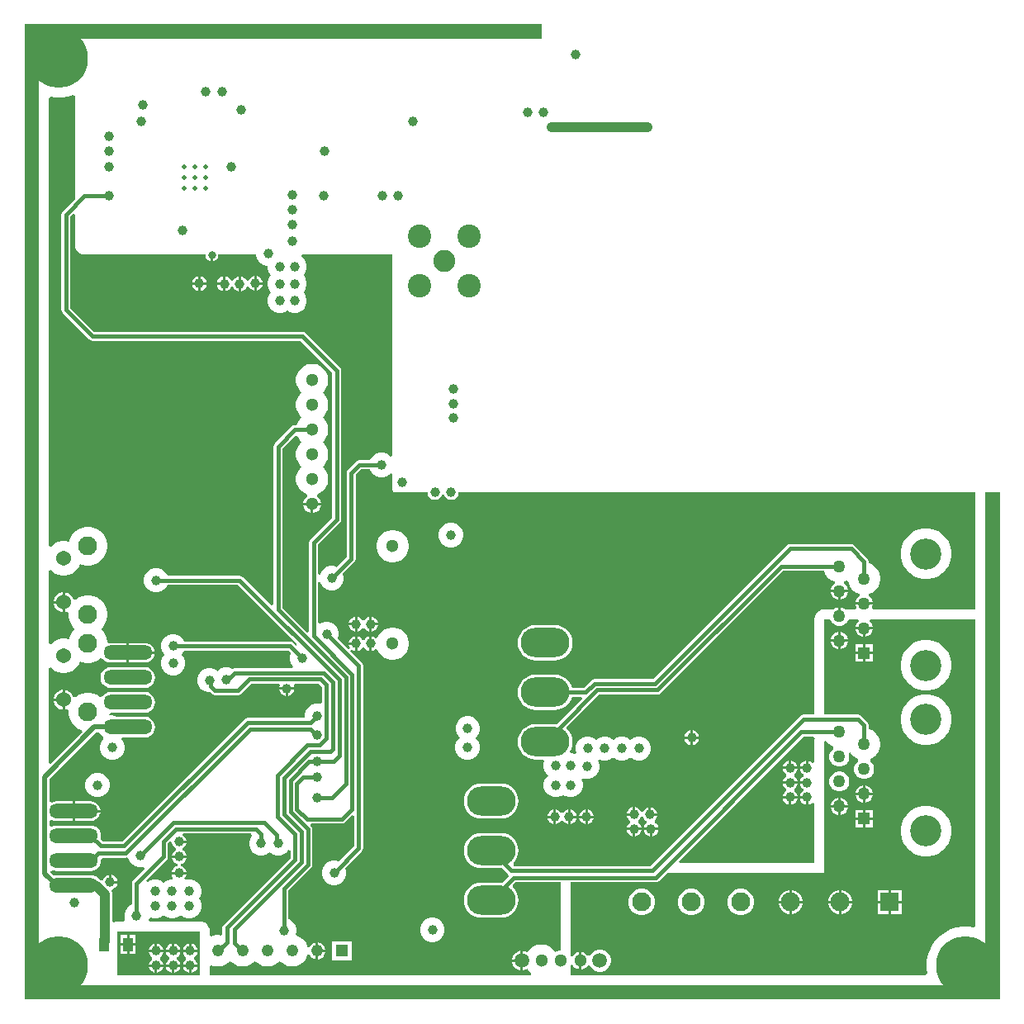
<source format=gbl>
G04*
G04 #@! TF.GenerationSoftware,Altium Limited,Altium Designer,24.5.2 (23)*
G04*
G04 Layer_Physical_Order=4*
G04 Layer_Color=16711680*
%FSLAX25Y25*%
%MOIN*%
G70*
G04*
G04 #@! TF.SameCoordinates,CA4C738F-C60C-4ACC-8FA1-BFDE70A38C08*
G04*
G04*
G04 #@! TF.FilePolarity,Positive*
G04*
G01*
G75*
%ADD14C,0.01575*%
%ADD24R,0.03937X0.05591*%
%ADD95C,0.03937*%
%ADD96C,0.02000*%
%ADD97C,0.07677*%
%ADD98C,0.06063*%
%ADD99C,0.23622*%
%ADD100C,0.03937*%
%ADD101C,0.09449*%
%ADD102C,0.08858*%
%ADD103C,0.05118*%
%ADD104R,0.04992X0.04992*%
%ADD105C,0.04992*%
%ADD106C,0.12598*%
%ADD107R,0.07677X0.07677*%
%ADD108C,0.04803*%
%ADD109R,0.04803X0.04803*%
%ADD110C,0.05906*%
%ADD111C,0.01968*%
%ADD112C,0.03150*%
%ADD114O,0.19685X0.11811*%
%ADD115O,0.19685X0.05906*%
%ADD116C,0.01968*%
G36*
X20438Y364895D02*
Y323150D01*
X15444Y318155D01*
X15049Y317564D01*
X14910Y316866D01*
X14910Y316866D01*
Y278543D01*
X14910Y278543D01*
X15049Y277846D01*
X15444Y277255D01*
X26270Y266428D01*
X26270Y266428D01*
X26862Y266033D01*
X27559Y265894D01*
X111450D01*
X124282Y253062D01*
Y194543D01*
X115441Y185702D01*
X115045Y185110D01*
X114907Y184413D01*
X114907Y184413D01*
Y148612D01*
X114179Y148311D01*
X104185Y158306D01*
Y222474D01*
X109293Y227581D01*
X110221Y227397D01*
X110385Y227002D01*
X111096Y225938D01*
X111955Y225079D01*
X111096Y224220D01*
X110385Y223156D01*
X109895Y221974D01*
X109646Y220719D01*
Y219439D01*
X109895Y218184D01*
X110385Y217002D01*
X111096Y215938D01*
X111955Y215079D01*
X111096Y214220D01*
X110385Y213156D01*
X109895Y211974D01*
X109646Y210719D01*
Y209439D01*
X109895Y208184D01*
X110385Y207002D01*
X111096Y205938D01*
X112001Y205033D01*
X113065Y204322D01*
X114074Y203904D01*
X114199Y203381D01*
X114163Y203046D01*
X113956Y202927D01*
X113294Y202264D01*
X112825Y201452D01*
X112591Y200579D01*
X116142D01*
X119692D01*
X119458Y201452D01*
X118990Y202264D01*
X118327Y202927D01*
X118120Y203046D01*
X118085Y203381D01*
X118209Y203904D01*
X119219Y204322D01*
X120283Y205033D01*
X121188Y205938D01*
X121898Y207002D01*
X122388Y208184D01*
X122638Y209439D01*
Y210719D01*
X122388Y211974D01*
X121898Y213156D01*
X121188Y214220D01*
X120328Y215079D01*
X121188Y215938D01*
X121898Y217002D01*
X122388Y218184D01*
X122638Y219439D01*
Y220719D01*
X122388Y221974D01*
X121898Y223156D01*
X121188Y224220D01*
X120328Y225079D01*
X121188Y225938D01*
X121898Y227002D01*
X122388Y228184D01*
X122638Y229439D01*
Y230719D01*
X122388Y231974D01*
X121898Y233156D01*
X121188Y234220D01*
X120328Y235079D01*
X121188Y235938D01*
X121898Y237002D01*
X122388Y238184D01*
X122638Y239439D01*
Y240719D01*
X122388Y241974D01*
X121898Y243156D01*
X121188Y244220D01*
X120328Y245079D01*
X121188Y245938D01*
X121898Y247002D01*
X122388Y248184D01*
X122638Y249439D01*
Y250719D01*
X122388Y251974D01*
X121898Y253156D01*
X121188Y254220D01*
X120283Y255125D01*
X119219Y255836D01*
X118037Y256325D01*
X116781Y256575D01*
X115502D01*
X114247Y256325D01*
X113065Y255836D01*
X112001Y255125D01*
X111096Y254220D01*
X110385Y253156D01*
X109895Y251974D01*
X109646Y250719D01*
Y249439D01*
X109895Y248184D01*
X110385Y247002D01*
X111096Y245938D01*
X111955Y245079D01*
X111096Y244220D01*
X110385Y243156D01*
X109895Y241974D01*
X109646Y240719D01*
Y239439D01*
X109895Y238184D01*
X110385Y237002D01*
X111096Y235938D01*
X111955Y235079D01*
X111096Y234220D01*
X110385Y233156D01*
X109895Y231974D01*
X109881Y231901D01*
X109213D01*
X108515Y231762D01*
X107924Y231367D01*
X107924Y231367D01*
X101074Y224517D01*
X100679Y223926D01*
X100540Y223228D01*
X100540Y223228D01*
Y159338D01*
X99812Y159037D01*
X88269Y170580D01*
X87678Y170975D01*
X86980Y171114D01*
X86980Y171114D01*
X57756D01*
X57736Y171191D01*
X57088Y172313D01*
X56171Y173229D01*
X55049Y173877D01*
X53798Y174213D01*
X52502D01*
X51250Y173877D01*
X50128Y173229D01*
X49212Y172313D01*
X48564Y171191D01*
X48228Y169939D01*
Y168643D01*
X48564Y167392D01*
X49212Y166270D01*
X50128Y165353D01*
X51250Y164705D01*
X52502Y164370D01*
X53798D01*
X55049Y164705D01*
X56171Y165353D01*
X57088Y166270D01*
X57736Y167392D01*
X57756Y167469D01*
X86226D01*
X109903Y143792D01*
X109667Y142914D01*
X109664Y142913D01*
X108572Y144005D01*
X107981Y144400D01*
X107283Y144539D01*
X107283Y144539D01*
X64646D01*
X64625Y144616D01*
X63977Y145738D01*
X63061Y146654D01*
X61939Y147302D01*
X60687Y147638D01*
X59391D01*
X58140Y147302D01*
X57018Y146654D01*
X56101Y145738D01*
X55453Y144616D01*
X55118Y143364D01*
Y142069D01*
X55453Y140817D01*
X56101Y139695D01*
X56524Y139272D01*
X56101Y138848D01*
X55453Y137726D01*
X55118Y136475D01*
Y135179D01*
X55453Y133927D01*
X56101Y132805D01*
X57018Y131889D01*
X58140Y131241D01*
X59391Y130905D01*
X60687D01*
X61939Y131241D01*
X63061Y131889D01*
X63977Y132805D01*
X64625Y133927D01*
X64961Y135179D01*
Y136475D01*
X64625Y137726D01*
X63977Y138848D01*
X63554Y139272D01*
X63977Y139695D01*
X64625Y140817D01*
X64646Y140894D01*
X106529D01*
X107659Y139764D01*
X107619Y139695D01*
X107283Y138443D01*
Y137147D01*
X107619Y135896D01*
X108267Y134774D01*
X108509Y134531D01*
X108183Y133744D01*
X84836D01*
X84836Y133744D01*
X84138Y133605D01*
X83937Y133470D01*
X83380Y133791D01*
X82129Y134127D01*
X80833D01*
X79581Y133791D01*
X78459Y133144D01*
X77938Y132622D01*
X77690Y132870D01*
X76568Y133517D01*
X75317Y133853D01*
X74021D01*
X72769Y133517D01*
X71647Y132870D01*
X70731Y131953D01*
X70083Y130831D01*
X69747Y129579D01*
Y128284D01*
X70083Y127032D01*
X70731Y125910D01*
X71647Y124994D01*
X72769Y124346D01*
X74021Y124010D01*
X75051D01*
X75673Y123388D01*
X75673Y123388D01*
X76264Y122993D01*
X76962Y122854D01*
X86312D01*
X86312Y122854D01*
X87009Y122993D01*
X87600Y123388D01*
X91737Y127524D01*
X102685D01*
X103139Y126737D01*
X103139Y126736D01*
X102966Y126091D01*
X108845D01*
X108672Y126736D01*
X108672Y126737D01*
X109126Y127524D01*
X118888D01*
X120146Y126266D01*
Y119931D01*
X119359Y119327D01*
X118758Y119488D01*
X117462D01*
X116211Y119153D01*
X115088Y118505D01*
X114172Y117589D01*
X113524Y116466D01*
X113189Y115215D01*
Y113919D01*
X113005Y113680D01*
X89994D01*
X89994Y113680D01*
X89296Y113541D01*
X88705Y113146D01*
X88705Y113146D01*
X39389Y63830D01*
X31600D01*
X30683Y64747D01*
X30800Y65029D01*
X30942Y66108D01*
X30800Y67187D01*
X30384Y68193D01*
X29721Y69056D01*
X28857Y69719D01*
X27852Y70135D01*
X26773Y70277D01*
X12993D01*
X11914Y70135D01*
X11067Y69784D01*
X10279Y70118D01*
Y72318D01*
X10491Y72422D01*
X11067Y72627D01*
X11961Y72257D01*
X12993Y72121D01*
X19383D01*
Y76108D01*
Y80095D01*
X12993D01*
X11961Y79959D01*
X11067Y79588D01*
X10491Y79793D01*
X10279Y79898D01*
Y89111D01*
X29137Y107969D01*
X30172D01*
X30749Y106971D01*
X31665Y106054D01*
X31715Y106026D01*
X31844Y105042D01*
X31495Y104692D01*
X30847Y103570D01*
X30512Y102318D01*
Y101023D01*
X30847Y99771D01*
X31495Y98649D01*
X32411Y97733D01*
X33533Y97085D01*
X34785Y96749D01*
X36081D01*
X37333Y97085D01*
X38455Y97733D01*
X39371Y98649D01*
X40019Y99771D01*
X40354Y101023D01*
Y102318D01*
X40019Y103570D01*
X39371Y104692D01*
X39020Y105043D01*
X39346Y105831D01*
X48622D01*
X49701Y105973D01*
X50707Y106389D01*
X51570Y107052D01*
X52233Y107915D01*
X52649Y108921D01*
X52792Y110000D01*
X52649Y111079D01*
X52233Y112085D01*
X51570Y112948D01*
X50707Y113611D01*
X49701Y114027D01*
X48622Y114170D01*
X37294D01*
X36586Y114578D01*
X35335Y114914D01*
X34159D01*
X34131Y114940D01*
X34095Y115139D01*
X34768Y115840D01*
X34843Y115831D01*
X48622D01*
X49701Y115973D01*
X50707Y116389D01*
X51570Y117052D01*
X52233Y117915D01*
X52649Y118921D01*
X52792Y120000D01*
X52649Y121079D01*
X52233Y122085D01*
X51570Y122948D01*
X50707Y123611D01*
X49701Y124027D01*
X48622Y124170D01*
X34843D01*
X33763Y124027D01*
X32758Y123611D01*
X31894Y122948D01*
X31475Y122402D01*
X30734Y122198D01*
X30453Y122262D01*
X29329Y123013D01*
X27914Y123599D01*
X26412Y123898D01*
X24880D01*
X23378Y123599D01*
X21962Y123013D01*
X20689Y122162D01*
X20569Y122042D01*
X19691Y122277D01*
X19599Y122619D01*
X19069Y123538D01*
X18318Y124289D01*
X17399Y124820D01*
X16373Y125094D01*
X16342D01*
Y121063D01*
Y117032D01*
X16373D01*
X17136Y117236D01*
X17463Y117081D01*
X17719Y116874D01*
X17870Y116669D01*
Y115356D01*
X18169Y113854D01*
X18755Y112439D01*
X19606Y111165D01*
X20689Y110082D01*
X21962Y109231D01*
X23095Y108762D01*
X23364Y107918D01*
X10631Y95184D01*
X9903Y95486D01*
Y133750D01*
X10690Y134077D01*
X11400Y133367D01*
X12542Y132604D01*
X13810Y132079D01*
X15156Y131811D01*
X16529D01*
X17875Y132079D01*
X19143Y132604D01*
X20285Y133367D01*
X21255Y134337D01*
X22018Y135479D01*
X22488Y136612D01*
X23378Y136244D01*
X24880Y135945D01*
X26412D01*
X27914Y136244D01*
X29329Y136830D01*
X30602Y137681D01*
X30698Y137777D01*
X31673Y137638D01*
X32023Y137181D01*
X32849Y136547D01*
X33811Y136149D01*
X34843Y136013D01*
X41232D01*
Y140000D01*
Y143987D01*
X34843D01*
X34209Y143903D01*
X33453Y144444D01*
X33411Y144538D01*
X33122Y145989D01*
X32536Y147404D01*
X31685Y148677D01*
X30756Y149606D01*
X31685Y150536D01*
X32536Y151809D01*
X33122Y153224D01*
X33421Y154726D01*
Y156258D01*
X33122Y157760D01*
X32536Y159175D01*
X31685Y160449D01*
X30602Y161532D01*
X29329Y162383D01*
X27914Y162969D01*
X26412Y163268D01*
X24880D01*
X23378Y162969D01*
X21962Y162383D01*
X20689Y161532D01*
X20569Y161412D01*
X19691Y161647D01*
X19599Y161989D01*
X19069Y162908D01*
X18318Y163659D01*
X17399Y164190D01*
X16373Y164465D01*
X16342D01*
Y160433D01*
Y156402D01*
X16373D01*
X17136Y156606D01*
X17463Y156451D01*
X17719Y156244D01*
X17870Y156039D01*
Y154726D01*
X18169Y153224D01*
X18755Y151809D01*
X19606Y150536D01*
X20535Y149606D01*
X19606Y148677D01*
X18755Y147404D01*
X18169Y145989D01*
X18091Y145596D01*
X17875Y145480D01*
X16529Y145748D01*
X15156D01*
X13810Y145480D01*
X12542Y144955D01*
X11400Y144192D01*
X10690Y143482D01*
X9903Y143809D01*
Y173121D01*
X10690Y173447D01*
X11400Y172737D01*
X12542Y171974D01*
X13810Y171449D01*
X15156Y171181D01*
X16529D01*
X17875Y171449D01*
X19143Y171974D01*
X20285Y172737D01*
X21255Y173707D01*
X22018Y174849D01*
X22488Y175982D01*
X23378Y175614D01*
X24880Y175315D01*
X26412D01*
X27914Y175614D01*
X29329Y176200D01*
X30602Y177051D01*
X31685Y178134D01*
X32536Y179407D01*
X33122Y180823D01*
X33421Y182325D01*
Y183856D01*
X33122Y185359D01*
X32536Y186774D01*
X31685Y188047D01*
X30602Y189130D01*
X29329Y189981D01*
X27914Y190567D01*
X26412Y190866D01*
X24880D01*
X23378Y190567D01*
X21962Y189981D01*
X20689Y189130D01*
X19606Y188047D01*
X18755Y186774D01*
X18169Y185359D01*
X18091Y184966D01*
X17875Y184850D01*
X16529Y185118D01*
X15156D01*
X13810Y184850D01*
X12542Y184325D01*
X11400Y183562D01*
X10690Y182852D01*
X9903Y183179D01*
Y363824D01*
X10690Y364466D01*
X12540Y364173D01*
X15019D01*
X17467Y364561D01*
X19651Y365271D01*
X20438Y364895D01*
D02*
G37*
G36*
Y316966D02*
Y304724D01*
X20574Y303697D01*
X20970Y302739D01*
X21601Y301917D01*
X22424Y301285D01*
X23382Y300889D01*
X24409Y300753D01*
X73083D01*
Y300210D01*
X73259Y299556D01*
X73597Y298969D01*
X74077Y298489D01*
X74664Y298150D01*
X75158Y298018D01*
Y300549D01*
X76158D01*
Y298018D01*
X76652Y298150D01*
X77239Y298489D01*
X77718Y298969D01*
X78057Y299556D01*
X78233Y300210D01*
Y300753D01*
X93520D01*
Y300379D01*
X93856Y299127D01*
X94503Y298005D01*
X95420Y297089D01*
X96542Y296441D01*
X97794Y296105D01*
X98228D01*
Y295218D01*
X98564Y293967D01*
X99212Y292844D01*
X99635Y292421D01*
X99212Y291998D01*
X98564Y290876D01*
X98228Y289624D01*
Y288329D01*
X98564Y287077D01*
X99212Y285955D01*
X99635Y285531D01*
X99212Y285108D01*
X98564Y283986D01*
X98228Y282734D01*
Y281439D01*
X98564Y280187D01*
X99212Y279065D01*
X100128Y278149D01*
X101250Y277501D01*
X102502Y277165D01*
X103797D01*
X105049Y277501D01*
X106102Y278109D01*
X107156Y277501D01*
X108407Y277165D01*
X109703D01*
X110955Y277501D01*
X112077Y278149D01*
X112993Y279065D01*
X113641Y280187D01*
X113976Y281439D01*
Y282734D01*
X113641Y283986D01*
X112993Y285108D01*
X112570Y285531D01*
X112993Y285955D01*
X113641Y287077D01*
X113976Y288329D01*
Y289624D01*
X113641Y290876D01*
X112993Y291998D01*
X112570Y292421D01*
X112993Y292844D01*
X113641Y293967D01*
X113976Y295218D01*
Y296514D01*
X113641Y297766D01*
X112993Y298888D01*
X112077Y299804D01*
X111796Y299966D01*
X112007Y300753D01*
X148587D01*
Y219329D01*
X147799Y219003D01*
X147116Y219686D01*
X145994Y220334D01*
X144742Y220669D01*
X143447D01*
X142195Y220334D01*
X141073Y219686D01*
X140156Y218770D01*
X139575Y217762D01*
X135231D01*
X135231Y217762D01*
X134534Y217623D01*
X133942Y217228D01*
X133942Y217228D01*
X130601Y213887D01*
X130206Y213296D01*
X130067Y212598D01*
X130067Y212598D01*
Y178708D01*
X125984Y174625D01*
X125915Y174665D01*
X124664Y175000D01*
X123368D01*
X122116Y174665D01*
X120994Y174017D01*
X120078Y173100D01*
X119430Y171978D01*
X119339Y171639D01*
X118552Y171743D01*
Y183658D01*
X127393Y192499D01*
X127393Y192499D01*
X127788Y193091D01*
X127927Y193788D01*
X127927Y193788D01*
Y253817D01*
X127927Y253817D01*
X127788Y254514D01*
X127393Y255105D01*
X127393Y255105D01*
X113493Y269005D01*
X112902Y269400D01*
X112205Y269539D01*
X112205Y269539D01*
X28314D01*
X18555Y279298D01*
Y316111D01*
X19711Y317268D01*
X20438Y316966D01*
D02*
G37*
G36*
X139509Y213848D02*
X140156Y212726D01*
X141073Y211810D01*
X142195Y211162D01*
X143447Y210827D01*
X144742D01*
X145994Y211162D01*
X147116Y211810D01*
X147799Y212493D01*
X148587Y212167D01*
Y205709D01*
X148664Y205318D01*
X148885Y204988D01*
X149216Y204767D01*
X149606Y204689D01*
X162779D01*
Y204334D01*
X162982Y203579D01*
X163373Y202902D01*
X163925Y202349D01*
X164602Y201958D01*
X165357Y201756D01*
X166139D01*
X166894Y201958D01*
X167571Y202349D01*
X168123Y202902D01*
X168514Y203579D01*
X168588Y203856D01*
X169404D01*
X169478Y203579D01*
X169869Y202902D01*
X170421Y202349D01*
X171098Y201958D01*
X171853Y201756D01*
X172635D01*
X173390Y201958D01*
X174067Y202349D01*
X174619Y202902D01*
X175010Y203579D01*
X175213Y204334D01*
Y204689D01*
X383824D01*
Y157514D01*
X342479D01*
X342024Y158302D01*
X342214Y158631D01*
X342442Y159480D01*
X338957D01*
X335471D01*
X335699Y158631D01*
X335889Y158302D01*
X335434Y157514D01*
X332709D01*
X332284Y157458D01*
X331681Y157379D01*
X331681Y157379D01*
X331681Y157379D01*
X331555Y157327D01*
X331103Y157778D01*
X330306Y158238D01*
X329457Y158466D01*
Y155773D01*
X329270Y155529D01*
X329270Y155529D01*
X329270Y155529D01*
X329187Y155329D01*
X328985Y154980D01*
X328928D01*
X328727Y155329D01*
X328644Y155529D01*
X328644Y155529D01*
X328644Y155529D01*
X328457Y155773D01*
Y158466D01*
X327607Y158238D01*
X326810Y157778D01*
X326359Y157327D01*
X326233Y157379D01*
X326232Y157379D01*
X326232Y157379D01*
X325629Y157458D01*
X325205Y157514D01*
X322835D01*
X321807Y157379D01*
X320849Y156982D01*
X320027Y156351D01*
X319396Y155529D01*
X318999Y154571D01*
X318864Y153543D01*
Y115011D01*
X314394D01*
X314394Y115011D01*
X313696Y114873D01*
X313105Y114478D01*
X313105Y114478D01*
X252615Y53988D01*
X197672D01*
X197477Y54212D01*
X197359Y55088D01*
X198245Y56167D01*
X198903Y57399D01*
X199308Y58734D01*
X199445Y60124D01*
X199308Y61513D01*
X198903Y62849D01*
X198245Y64080D01*
X197359Y65159D01*
X196280Y66044D01*
X195049Y66703D01*
X193713Y67108D01*
X192324Y67244D01*
X184450D01*
X183061Y67108D01*
X181725Y66703D01*
X180494Y66044D01*
X179414Y65159D01*
X178529Y64080D01*
X177871Y62849D01*
X177466Y61513D01*
X177329Y60124D01*
X177466Y58734D01*
X177871Y57399D01*
X178529Y56167D01*
X179414Y55088D01*
X180494Y54203D01*
X181725Y53545D01*
X183061Y53140D01*
X184450Y53003D01*
X192324D01*
X192876Y53057D01*
X195056Y50877D01*
X195056Y50877D01*
X195292Y50719D01*
X195463Y49777D01*
X192876Y47190D01*
X192324Y47245D01*
X184450D01*
X183061Y47108D01*
X181725Y46703D01*
X180494Y46044D01*
X179414Y45159D01*
X178529Y44080D01*
X177871Y42849D01*
X177466Y41513D01*
X177329Y40124D01*
X177466Y38734D01*
X177871Y37399D01*
X178529Y36167D01*
X179414Y35088D01*
X180494Y34203D01*
X181725Y33545D01*
X183061Y33140D01*
X184450Y33003D01*
X192324D01*
X193713Y33140D01*
X195049Y33545D01*
X196280Y34203D01*
X197359Y35088D01*
X198245Y36167D01*
X198903Y37399D01*
X199308Y38734D01*
X199445Y40124D01*
X199308Y41513D01*
X198903Y42849D01*
X198245Y44080D01*
X197359Y45159D01*
X197065Y45400D01*
X197027Y46186D01*
X198231Y47390D01*
X216501D01*
Y19807D01*
X216001D01*
X214969Y19531D01*
X214231Y19105D01*
X213707Y19889D01*
X212802Y20794D01*
X211738Y21505D01*
X210556Y21994D01*
X209301Y22244D01*
X208022D01*
X206767Y21994D01*
X205584Y21505D01*
X204520Y20794D01*
X203616Y19889D01*
X203032Y19016D01*
X202313Y19431D01*
X201308Y19701D01*
X201287D01*
Y15748D01*
Y11795D01*
X201308D01*
X202313Y12065D01*
X203032Y12480D01*
X203616Y11607D01*
X204520Y10702D01*
X204578Y10664D01*
X204339Y9877D01*
X74837D01*
Y13328D01*
X75625Y13854D01*
X76261Y13590D01*
X77486Y13347D01*
X78734D01*
X79959Y13590D01*
X81113Y14068D01*
X82151Y14762D01*
X82571Y15181D01*
X83110Y15587D01*
X83650Y15181D01*
X84070Y14762D01*
X85108Y14068D01*
X86261Y13590D01*
X87486Y13347D01*
X88735D01*
X89959Y13590D01*
X91113Y14068D01*
X92151Y14762D01*
X92571Y15181D01*
X93110Y15587D01*
X93650Y15181D01*
X94070Y14762D01*
X95108Y14068D01*
X96261Y13590D01*
X97486Y13347D01*
X98734D01*
X99959Y13590D01*
X101113Y14068D01*
X102151Y14762D01*
X102571Y15181D01*
X103110Y15587D01*
X103650Y15181D01*
X104070Y14762D01*
X105108Y14068D01*
X106261Y13590D01*
X107486Y13347D01*
X108735D01*
X109959Y13590D01*
X111113Y14068D01*
X112151Y14762D01*
X113034Y15644D01*
X113727Y16683D01*
X114205Y17836D01*
X114249Y18054D01*
X115070Y18148D01*
X115388Y17596D01*
X116022Y16963D01*
X116797Y16515D01*
X117610Y16297D01*
Y19685D01*
Y23073D01*
X116797Y22855D01*
X116022Y22407D01*
X115388Y21774D01*
X115070Y21222D01*
X114249Y21316D01*
X114205Y21534D01*
X113727Y22688D01*
X113034Y23726D01*
X112151Y24609D01*
X111113Y25302D01*
X109959Y25780D01*
X109926Y25787D01*
X109511Y26455D01*
X109687Y27114D01*
Y28410D01*
X109352Y29662D01*
X108704Y30784D01*
X107788Y31700D01*
X106665Y32348D01*
X106588Y32368D01*
Y43972D01*
X115651Y53035D01*
X115651Y53035D01*
X116046Y53626D01*
X116185Y54323D01*
X116185Y54323D01*
Y68867D01*
X116185Y68867D01*
X116046Y69564D01*
X115651Y70156D01*
X115651Y70156D01*
X115522Y70285D01*
X115824Y71012D01*
X128130D01*
X128130Y71012D01*
X128828Y71151D01*
X129419Y71546D01*
X132293Y74420D01*
X133020Y74118D01*
Y61778D01*
X126969Y55727D01*
X126900Y55767D01*
X125648Y56102D01*
X124352D01*
X123100Y55767D01*
X121978Y55119D01*
X121062Y54203D01*
X120414Y53081D01*
X120079Y51829D01*
Y50533D01*
X120414Y49282D01*
X121062Y48159D01*
X121978Y47243D01*
X123100Y46595D01*
X124352Y46260D01*
X125648D01*
X126900Y46595D01*
X128022Y47243D01*
X128938Y48159D01*
X129586Y49282D01*
X129921Y50533D01*
Y51829D01*
X129586Y53081D01*
X129546Y53150D01*
X136131Y59735D01*
X136131Y59735D01*
X136526Y60326D01*
X136665Y61024D01*
X136665Y61024D01*
Y134843D01*
X136665Y134843D01*
X136526Y135540D01*
X136131Y136131D01*
X136131Y136131D01*
X131504Y140758D01*
X132017Y141305D01*
X132017Y141305D01*
X132027Y141316D01*
X132667Y140961D01*
X132712Y140935D01*
X133358Y140762D01*
Y143201D01*
X130919D01*
X131092Y142555D01*
X131118Y142510D01*
X131474Y141869D01*
X131462Y141859D01*
D01*
X131414Y141814D01*
X130915Y141347D01*
X126593Y145669D01*
X126633Y145738D01*
X126969Y146990D01*
Y148286D01*
X126633Y149537D01*
X125985Y150660D01*
X125069Y151576D01*
X123947Y152224D01*
X122695Y152559D01*
X121399D01*
X120148Y152224D01*
X119339Y151757D01*
X118552Y152153D01*
Y168415D01*
X119339Y168518D01*
X119430Y168179D01*
X120078Y167057D01*
X120994Y166141D01*
X122116Y165493D01*
X123368Y165157D01*
X124664D01*
X125915Y165493D01*
X127038Y166141D01*
X127954Y167057D01*
X128602Y168179D01*
X128937Y169431D01*
Y170727D01*
X128602Y171978D01*
X128562Y172047D01*
X133178Y176664D01*
X133178Y176664D01*
X133573Y177255D01*
X133712Y177953D01*
X133712Y177953D01*
Y211843D01*
X135986Y214117D01*
X139437D01*
X139509Y213848D01*
D02*
G37*
G36*
X383824Y29861D02*
X383037Y29230D01*
X381161Y29528D01*
X378682D01*
X376234Y29140D01*
X373876Y28374D01*
X371668Y27248D01*
X369662Y25791D01*
X367909Y24039D01*
X366452Y22033D01*
X365327Y19825D01*
X364561Y17467D01*
X364173Y15019D01*
Y12540D01*
X364470Y10664D01*
X363840Y9877D01*
X220472D01*
Y13874D01*
X221260Y14085D01*
X221562Y13563D01*
X222224Y12900D01*
X223036Y12432D01*
X223909Y12197D01*
Y15748D01*
Y19299D01*
X223036Y19064D01*
X222224Y18596D01*
X221562Y17933D01*
X221260Y17411D01*
X220472Y17622D01*
Y47390D01*
X254808D01*
X254809Y47390D01*
X255506Y47529D01*
X256097Y47924D01*
X259354Y51181D01*
X322835D01*
Y104217D01*
X323622Y104456D01*
X323960Y103950D01*
X324856Y103054D01*
X325909Y102350D01*
X326449Y102127D01*
X326506Y101251D01*
X326503Y101249D01*
X325759Y100505D01*
X325233Y99594D01*
X324961Y98577D01*
Y97525D01*
X325233Y96509D01*
X325759Y95597D01*
X326503Y94854D01*
X327414Y94327D01*
X328431Y94055D01*
X329483D01*
X330499Y94327D01*
X331410Y94854D01*
X332154Y95597D01*
X332680Y96509D01*
X332953Y97525D01*
Y98577D01*
X332746Y99350D01*
X333473Y99679D01*
X333960Y98950D01*
X334856Y98054D01*
X335910Y97350D01*
X336449Y97127D01*
X336506Y96251D01*
X336503Y96249D01*
X335759Y95505D01*
X335233Y94594D01*
X334961Y93577D01*
Y92525D01*
X335233Y91509D01*
X335759Y90597D01*
X336503Y89854D01*
X337414Y89327D01*
X338431Y89055D01*
X339483D01*
X340499Y89327D01*
X341410Y89854D01*
X342154Y90597D01*
X342680Y91509D01*
X342953Y92525D01*
Y93577D01*
X342680Y94594D01*
X342154Y95505D01*
X341410Y96249D01*
X341407Y96251D01*
X341464Y97127D01*
X342004Y97350D01*
X343057Y98054D01*
X343954Y98950D01*
X344658Y100004D01*
X345143Y101175D01*
X345390Y102418D01*
Y103685D01*
X345143Y104928D01*
X344658Y106098D01*
X343954Y107152D01*
X343057Y108048D01*
X342004Y108752D01*
X340833Y109237D01*
X340779Y109248D01*
Y110846D01*
X340779Y110846D01*
X340640Y111544D01*
X340245Y112135D01*
X337903Y114478D01*
X337312Y114873D01*
X336614Y115011D01*
X336614Y115011D01*
X322835D01*
Y153543D01*
X325205D01*
X325233Y153438D01*
X325759Y152527D01*
X326503Y151783D01*
X327414Y151257D01*
X328431Y150984D01*
X329483D01*
X330499Y151257D01*
X331410Y151783D01*
X332154Y152527D01*
X332680Y153438D01*
X332709Y153543D01*
X336561D01*
X336784Y152858D01*
X336788Y152756D01*
X336159Y152127D01*
X335699Y151330D01*
X335471Y150480D01*
X338957D01*
X342442D01*
X342214Y151330D01*
X341754Y152127D01*
X341125Y152756D01*
X341129Y152858D01*
X341352Y153543D01*
X383824D01*
Y29861D01*
D02*
G37*
G36*
X318830Y105972D02*
X319080Y105441D01*
X318999Y105245D01*
X318990Y105180D01*
X318967Y105119D01*
X318923Y104667D01*
X318864Y104217D01*
Y95897D01*
X318076Y95571D01*
X317768Y95879D01*
X317091Y96270D01*
X316445Y96443D01*
Y93504D01*
X315945D01*
Y93004D01*
X313006D01*
X313179Y92358D01*
X313569Y91681D01*
X314122Y91128D01*
X314335Y91006D01*
Y90097D01*
X314122Y89974D01*
X313569Y89421D01*
X313179Y88744D01*
X313006Y88098D01*
X315945D01*
Y87098D01*
X313006D01*
X313179Y86453D01*
X313569Y85776D01*
X314122Y85223D01*
X314335Y85100D01*
Y84191D01*
X314122Y84068D01*
X313569Y83516D01*
X313179Y82839D01*
X313006Y82193D01*
X315945D01*
Y81693D01*
X316445D01*
Y78754D01*
X317091Y78927D01*
X317768Y79317D01*
X318076Y79626D01*
X318864Y79300D01*
Y55152D01*
X264354D01*
X264053Y55879D01*
X314402Y106229D01*
X318544D01*
X318830Y105972D01*
D02*
G37*
G36*
X91943Y66288D02*
X91669Y66014D01*
X91021Y64892D01*
X90686Y63640D01*
Y62344D01*
X91021Y61093D01*
X91669Y59970D01*
X92585Y59054D01*
X93707Y58406D01*
X94959Y58071D01*
X96255D01*
X97506Y58406D01*
X98629Y59054D01*
X98985Y59410D01*
X99340Y59054D01*
X100463Y58406D01*
X101714Y58071D01*
X103010D01*
X104262Y58406D01*
X105384Y59054D01*
X106300Y59970D01*
X106603Y60495D01*
X107391Y60284D01*
Y57269D01*
X80404Y30283D01*
X80009Y29691D01*
X79870Y28994D01*
X79870Y28994D01*
Y26418D01*
X79262Y25919D01*
X78734Y26024D01*
X77486D01*
X76261Y25780D01*
X75625Y25516D01*
X74837Y26042D01*
Y27559D01*
X74702Y28587D01*
X74305Y29544D01*
X73674Y30367D01*
X72852Y30998D01*
X71894Y31395D01*
X70866Y31530D01*
X50677D01*
X50185Y32208D01*
X50323Y32759D01*
X51065Y33154D01*
X52108Y32874D01*
X53404D01*
X54655Y33209D01*
X55778Y33857D01*
X56201Y34280D01*
X56624Y33857D01*
X57746Y33209D01*
X58998Y32874D01*
X60294D01*
X61545Y33209D01*
X62667Y33857D01*
X63090Y34280D01*
X63514Y33857D01*
X64636Y33209D01*
X65887Y32874D01*
X67183D01*
X68435Y33209D01*
X69557Y33857D01*
X70473Y34774D01*
X71121Y35896D01*
X71457Y37147D01*
Y38443D01*
X71121Y39695D01*
X70513Y40748D01*
X71121Y41801D01*
X71457Y43053D01*
Y44349D01*
X71121Y45600D01*
X70473Y46722D01*
X69557Y47639D01*
X68435Y48287D01*
X67183Y48622D01*
X65887D01*
X65059Y48400D01*
X64652Y49106D01*
X64796Y49250D01*
X65186Y49927D01*
X65359Y50573D01*
X59481D01*
X59654Y49927D01*
X59953Y49409D01*
X59764Y48887D01*
X59559Y48622D01*
X58998D01*
X57746Y48287D01*
X56624Y47639D01*
X56201Y47216D01*
X55778Y47639D01*
X54655Y48287D01*
X53404Y48622D01*
X52108D01*
X50856Y48287D01*
X49734Y47639D01*
X49213Y48210D01*
X57391Y56388D01*
X57391Y56388D01*
X57786Y56980D01*
X57925Y57677D01*
Y63124D01*
X58723Y63921D01*
X59510Y63595D01*
Y63326D01*
X59712Y62571D01*
X60103Y61894D01*
X60656Y61341D01*
X61052Y61112D01*
X61087Y60288D01*
X61068Y60236D01*
X60714Y60032D01*
X60161Y59479D01*
X59771Y58803D01*
X59597Y58157D01*
X65476D01*
X65303Y58803D01*
X64912Y59479D01*
X64359Y60032D01*
X63963Y60261D01*
X63928Y61085D01*
X63947Y61137D01*
X64301Y61341D01*
X64854Y61894D01*
X65245Y62571D01*
X65418Y63216D01*
X62479D01*
Y64216D01*
X65418D01*
X65245Y64862D01*
X64854Y65539D01*
X64301Y66092D01*
X63961Y66288D01*
X64173Y67075D01*
X91617D01*
X91943Y66288D01*
D02*
G37*
G36*
X42140Y56832D02*
X42265Y56368D01*
X42912Y55246D01*
X43829Y54330D01*
X44951Y53682D01*
X46202Y53347D01*
X47498D01*
X48294Y53560D01*
X48702Y52854D01*
X43987Y48139D01*
X43592Y47548D01*
X43453Y46850D01*
X43453Y46850D01*
Y38465D01*
X43376Y38444D01*
X42254Y37796D01*
X41338Y36880D01*
X40690Y35758D01*
X40354Y34506D01*
Y33210D01*
X40594Y32318D01*
X40102Y31530D01*
X37402D01*
X36374Y31395D01*
X36129Y31293D01*
X35474Y31731D01*
Y42341D01*
X35372Y43116D01*
X35126Y43710D01*
X35275Y44196D01*
X35493Y44584D01*
X35777Y44660D01*
X36454Y45051D01*
X37006Y45603D01*
X37397Y46280D01*
X37570Y46926D01*
X34631D01*
Y47426D01*
X34131D01*
Y50365D01*
X33485Y50192D01*
X32808Y49801D01*
X32255Y49249D01*
X31865Y48572D01*
X31808Y48361D01*
X31703Y48271D01*
X30915Y48072D01*
X30587Y48324D01*
X30141Y48509D01*
X29721Y49056D01*
X28857Y49719D01*
X27852Y50135D01*
X26773Y50277D01*
X12993D01*
X11914Y50135D01*
X11852Y50110D01*
X10589Y51373D01*
X10654Y51815D01*
X11480Y52260D01*
X11914Y52080D01*
X12993Y51938D01*
X26773D01*
X27852Y52080D01*
X28857Y52497D01*
X29721Y53160D01*
X30384Y54023D01*
X30800Y55029D01*
X30942Y56108D01*
X30898Y56445D01*
X31588Y57233D01*
X40833D01*
X40833Y57233D01*
X41530Y57371D01*
X42140Y56832D01*
D02*
G37*
G36*
X70866Y9877D02*
X37402D01*
Y27559D01*
X70866D01*
Y9877D01*
D02*
G37*
G36*
X5932Y393701D02*
X208661D01*
Y387795D01*
X5932D01*
Y5906D01*
X387795D01*
Y204724D01*
X393701D01*
Y5906D01*
X393701D01*
Y0D01*
X-0D01*
Y5906D01*
X27D01*
Y387795D01*
X0D01*
Y393701D01*
X27D01*
Y393701D01*
X5932D01*
Y393701D01*
D02*
G37*
%LPC*%
G36*
X115642Y199579D02*
X112591D01*
X112825Y198705D01*
X113294Y197893D01*
X113956Y197231D01*
X114768Y196762D01*
X115642Y196528D01*
Y199579D01*
D02*
G37*
G36*
X119692D02*
X116642D01*
Y196528D01*
X117516Y196762D01*
X118327Y197231D01*
X118990Y197893D01*
X119458Y198705D01*
X119692Y199579D01*
D02*
G37*
G36*
X15342Y164465D02*
X15312D01*
X14286Y164190D01*
X13367Y163659D01*
X12617Y162908D01*
X12086Y161989D01*
X11811Y160964D01*
Y160933D01*
X15342D01*
Y164465D01*
D02*
G37*
G36*
Y159933D02*
X11811D01*
Y159902D01*
X12086Y158877D01*
X12617Y157958D01*
X13367Y157207D01*
X14286Y156676D01*
X15312Y156402D01*
X15342D01*
Y159933D01*
D02*
G37*
G36*
X48622Y143987D02*
X42232D01*
Y140500D01*
X52543D01*
X52473Y141032D01*
X52075Y141993D01*
X51441Y142819D01*
X50616Y143453D01*
X49654Y143851D01*
X48622Y143987D01*
D02*
G37*
G36*
X52543Y139500D02*
X42232D01*
Y136013D01*
X48622D01*
X49654Y136149D01*
X50616Y136547D01*
X51441Y137181D01*
X52075Y138007D01*
X52473Y138968D01*
X52543Y139500D01*
D02*
G37*
G36*
X48622Y134169D02*
X34843D01*
X33763Y134027D01*
X32758Y133611D01*
X31894Y132948D01*
X31232Y132085D01*
X30815Y131079D01*
X30673Y130000D01*
X30815Y128921D01*
X31232Y127915D01*
X31894Y127052D01*
X32758Y126389D01*
X33763Y125973D01*
X34843Y125830D01*
X48622D01*
X49701Y125973D01*
X50707Y126389D01*
X51570Y127052D01*
X52233Y127915D01*
X52649Y128921D01*
X52792Y130000D01*
X52649Y131079D01*
X52233Y132085D01*
X51570Y132948D01*
X50707Y133611D01*
X49701Y134027D01*
X48622Y134169D01*
D02*
G37*
G36*
X108845Y125091D02*
X106405D01*
Y122651D01*
X107051Y122824D01*
X107728Y123215D01*
X108281Y123768D01*
X108672Y124445D01*
X108845Y125091D01*
D02*
G37*
G36*
X105405D02*
X102966D01*
X103139Y124445D01*
X103530Y123768D01*
X104083Y123215D01*
X104760Y122824D01*
X105405Y122651D01*
Y125091D01*
D02*
G37*
G36*
X15342Y125094D02*
X15312D01*
X14286Y124820D01*
X13367Y124289D01*
X12617Y123538D01*
X12086Y122619D01*
X11811Y121594D01*
Y121563D01*
X15342D01*
Y125094D01*
D02*
G37*
G36*
Y120563D02*
X11811D01*
Y120532D01*
X12086Y119507D01*
X12617Y118588D01*
X13367Y117837D01*
X14286Y117306D01*
X15312Y117032D01*
X15342D01*
Y120563D01*
D02*
G37*
G36*
X30176Y91535D02*
X28880D01*
X27628Y91200D01*
X26506Y90552D01*
X25590Y89636D01*
X24942Y88514D01*
X24606Y87262D01*
Y85966D01*
X24942Y84715D01*
X25590Y83592D01*
X26506Y82676D01*
X27628Y82028D01*
X28880Y81693D01*
X30176D01*
X31427Y82028D01*
X32549Y82676D01*
X33466Y83592D01*
X34113Y84715D01*
X34449Y85966D01*
Y87262D01*
X34113Y88514D01*
X33466Y89636D01*
X32549Y90552D01*
X31427Y91200D01*
X30176Y91535D01*
D02*
G37*
G36*
X26773Y80095D02*
X20383D01*
Y76608D01*
X30694D01*
X30624Y77140D01*
X30225Y78101D01*
X29592Y78927D01*
X28766Y79561D01*
X27804Y79959D01*
X26773Y80095D01*
D02*
G37*
G36*
X30694Y75608D02*
X20383D01*
Y72121D01*
X26773D01*
X27804Y72257D01*
X28766Y72655D01*
X29592Y73289D01*
X30225Y74114D01*
X30624Y75076D01*
X30694Y75608D01*
D02*
G37*
G36*
X92770Y292089D02*
X92125Y291915D01*
X91448Y291525D01*
X90895Y290972D01*
X90504Y290295D01*
X90495Y290261D01*
X90168Y290165D01*
X89661Y290190D01*
X89355Y290719D01*
X88803Y291272D01*
X88126Y291663D01*
X87480Y291835D01*
Y288896D01*
Y285957D01*
X88126Y286130D01*
X88803Y286521D01*
X89355Y287074D01*
X89746Y287751D01*
X89755Y287785D01*
X90082Y287880D01*
X90590Y287856D01*
X90895Y287327D01*
X91448Y286774D01*
X92125Y286383D01*
X92770Y286210D01*
Y289149D01*
Y292089D01*
D02*
G37*
G36*
X93770D02*
Y289649D01*
X96210D01*
X96037Y290295D01*
X95646Y290972D01*
X95093Y291525D01*
X94416Y291915D01*
X93770Y292089D01*
D02*
G37*
G36*
X71119Y291988D02*
Y289549D01*
X73558D01*
X73385Y290195D01*
X72995Y290871D01*
X72442Y291424D01*
X71765Y291815D01*
X71119Y291988D01*
D02*
G37*
G36*
X70119D02*
X69473Y291815D01*
X68796Y291424D01*
X68244Y290871D01*
X67853Y290195D01*
X67680Y289549D01*
X70119D01*
Y291988D01*
D02*
G37*
G36*
X80169Y291916D02*
X79523Y291743D01*
X78847Y291352D01*
X78294Y290799D01*
X77903Y290122D01*
X77730Y289476D01*
X80169D01*
Y291916D01*
D02*
G37*
G36*
X96210Y288649D02*
X93770D01*
Y286210D01*
X94416Y286383D01*
X95093Y286774D01*
X95646Y287327D01*
X96037Y288003D01*
X96210Y288649D01*
D02*
G37*
G36*
X73558Y288549D02*
X71119D01*
Y286109D01*
X71765Y286282D01*
X72442Y286673D01*
X72995Y287226D01*
X73385Y287903D01*
X73558Y288549D01*
D02*
G37*
G36*
X70119D02*
X67680D01*
X67853Y287903D01*
X68244Y287226D01*
X68796Y286673D01*
X69473Y286282D01*
X70119Y286109D01*
Y288549D01*
D02*
G37*
G36*
X80169Y288476D02*
X77730D01*
X77903Y287831D01*
X78294Y287154D01*
X78847Y286601D01*
X79523Y286210D01*
X80169Y286037D01*
Y288476D01*
D02*
G37*
G36*
X81169Y291916D02*
Y288976D01*
Y286037D01*
X81815Y286210D01*
X82492Y286601D01*
X83045Y287154D01*
X83396Y287762D01*
X83671Y287806D01*
X84099Y287762D01*
X84224Y287732D01*
X84605Y287074D01*
X85157Y286521D01*
X85834Y286130D01*
X86480Y285957D01*
Y288896D01*
Y291835D01*
X85834Y291663D01*
X85157Y291272D01*
X84605Y290719D01*
X84254Y290111D01*
X83978Y290066D01*
X83550Y290110D01*
X83425Y290140D01*
X83045Y290799D01*
X82492Y291352D01*
X81815Y291743D01*
X81169Y291916D01*
D02*
G37*
G36*
X333661Y183909D02*
X333661Y183909D01*
X309055D01*
X309055Y183909D01*
X308358Y183770D01*
X307767Y183375D01*
X307766Y183375D01*
X253788Y129397D01*
X230154D01*
X230154Y129397D01*
X229457Y129259D01*
X228865Y128863D01*
X228865Y128863D01*
X225840Y125838D01*
X221026D01*
X220752Y126741D01*
X220094Y127972D01*
X219209Y129051D01*
X218129Y129937D01*
X216898Y130595D01*
X215562Y131000D01*
X214173Y131137D01*
X206299D01*
X204910Y131000D01*
X203574Y130595D01*
X202343Y129937D01*
X201264Y129051D01*
X200378Y127972D01*
X199720Y126741D01*
X199315Y125405D01*
X199178Y124016D01*
X199315Y122626D01*
X199720Y121291D01*
X200378Y120060D01*
X201264Y118981D01*
X202343Y118095D01*
X203574Y117437D01*
X204910Y117032D01*
X206299Y116895D01*
X214173D01*
X215562Y117032D01*
X216898Y117437D01*
X218129Y118095D01*
X219209Y118981D01*
X220094Y120060D01*
X220752Y121291D01*
X221026Y122193D01*
X224808D01*
X225109Y121466D01*
X214843Y111200D01*
X214762Y111079D01*
X214173Y111137D01*
X206299D01*
X204910Y111000D01*
X203574Y110595D01*
X202343Y109937D01*
X201264Y109051D01*
X200378Y107972D01*
X199720Y106741D01*
X199315Y105405D01*
X199178Y104016D01*
X199315Y102627D01*
X199720Y101291D01*
X200378Y100060D01*
X201264Y98980D01*
X202343Y98095D01*
X203574Y97437D01*
X204910Y97032D01*
X206299Y96895D01*
X209453D01*
X209906Y96107D01*
X209646Y95136D01*
Y93840D01*
X209981Y92589D01*
X210629Y91466D01*
X211544Y90551D01*
X210629Y89636D01*
X209981Y88514D01*
X209646Y87262D01*
Y85966D01*
X209981Y84715D01*
X210629Y83592D01*
X211545Y82676D01*
X212667Y82028D01*
X213919Y81693D01*
X215215D01*
X216466Y82028D01*
X217520Y82636D01*
X218573Y82028D01*
X219825Y81693D01*
X221120D01*
X222372Y82028D01*
X223494Y82676D01*
X224410Y83592D01*
X225058Y84715D01*
X225394Y85966D01*
Y87262D01*
X225058Y88514D01*
X224894Y88798D01*
X224985Y88982D01*
X225437Y89433D01*
X226486Y89152D01*
X227782D01*
X229033Y89487D01*
X230155Y90135D01*
X231072Y91051D01*
X231720Y92173D01*
X232055Y93425D01*
Y94721D01*
X231720Y95973D01*
X231481Y96386D01*
X232057Y96962D01*
X232352Y96792D01*
X233604Y96457D01*
X234900D01*
X236152Y96792D01*
X237274Y97440D01*
X237697Y97863D01*
X238120Y97440D01*
X239242Y96792D01*
X240494Y96457D01*
X241790D01*
X243041Y96792D01*
X244163Y97440D01*
X244587Y97863D01*
X245010Y97440D01*
X246132Y96792D01*
X247384Y96457D01*
X248679D01*
X249931Y96792D01*
X251053Y97440D01*
X251970Y98356D01*
X252617Y99478D01*
X252953Y100730D01*
Y102026D01*
X252617Y103278D01*
X251970Y104400D01*
X251053Y105316D01*
X249931Y105964D01*
X248679Y106299D01*
X247384D01*
X246132Y105964D01*
X245010Y105316D01*
X244587Y104893D01*
X244163Y105316D01*
X243041Y105964D01*
X241790Y106299D01*
X240494D01*
X239242Y105964D01*
X238120Y105316D01*
X237697Y104893D01*
X237274Y105316D01*
X236152Y105964D01*
X234900Y106299D01*
X233604D01*
X232352Y105964D01*
X231230Y105316D01*
X230807Y104893D01*
X230384Y105316D01*
X229262Y105964D01*
X228010Y106299D01*
X226714D01*
X225463Y105964D01*
X224341Y105316D01*
X223424Y104400D01*
X222776Y103278D01*
X222441Y102026D01*
Y100730D01*
X222700Y99765D01*
X222663Y99689D01*
X222162Y99187D01*
X222086Y99151D01*
X221120Y99410D01*
X220579D01*
X220329Y99745D01*
X220167Y100197D01*
X220752Y101291D01*
X221157Y102627D01*
X221294Y104016D01*
X221157Y105405D01*
X220752Y106741D01*
X220094Y107972D01*
X219209Y109051D01*
X218915Y109292D01*
X218876Y110078D01*
X231975Y123178D01*
X255610D01*
X255610Y123178D01*
X256307Y123316D01*
X256898Y123711D01*
X306345Y173158D01*
X322760D01*
X322771Y173104D01*
X323256Y171933D01*
X323960Y170879D01*
X324856Y169983D01*
X325909Y169279D01*
X327031Y168815D01*
X327094Y168648D01*
X327155Y167977D01*
X326810Y167778D01*
X326159Y167127D01*
X325699Y166330D01*
X325471Y165480D01*
X328957D01*
X332442D01*
X332214Y166330D01*
X331754Y167127D01*
X331103Y167778D01*
X330759Y167977D01*
X330820Y168648D01*
X330882Y168815D01*
X331755Y169176D01*
X332423Y168937D01*
X332641Y168758D01*
X332771Y168104D01*
X333256Y166933D01*
X333960Y165879D01*
X334856Y164983D01*
X335910Y164279D01*
X337031Y163815D01*
X337093Y163648D01*
X337155Y162977D01*
X336810Y162778D01*
X336159Y162127D01*
X335699Y161330D01*
X335471Y160480D01*
X338957D01*
X342442D01*
X342214Y161330D01*
X341754Y162127D01*
X341103Y162778D01*
X340759Y162977D01*
X340820Y163648D01*
X340882Y163815D01*
X342004Y164279D01*
X343057Y164983D01*
X343954Y165879D01*
X344658Y166933D01*
X345143Y168104D01*
X345390Y169347D01*
Y170614D01*
X345143Y171857D01*
X344658Y173028D01*
X343954Y174081D01*
X343057Y174977D01*
X342004Y175681D01*
X340833Y176166D01*
X340779Y176791D01*
X340640Y177489D01*
X340245Y178080D01*
X340245Y178080D01*
X334950Y183375D01*
X334359Y183770D01*
X333661Y183909D01*
D02*
G37*
G36*
X172758Y192494D02*
X171462D01*
X170210Y192158D01*
X169088Y191510D01*
X168172Y190594D01*
X167524Y189472D01*
X167189Y188220D01*
Y186924D01*
X167524Y185673D01*
X168172Y184551D01*
X169088Y183634D01*
X170210Y182986D01*
X171462Y182651D01*
X172758D01*
X174009Y182986D01*
X175131Y183634D01*
X176048Y184551D01*
X176696Y185673D01*
X177031Y186924D01*
Y188220D01*
X176696Y189472D01*
X176048Y190594D01*
X175131Y191510D01*
X174009Y192158D01*
X172758Y192494D01*
D02*
G37*
G36*
X149262Y189567D02*
X147982D01*
X146727Y189317D01*
X145545Y188828D01*
X144481Y188117D01*
X143576Y187212D01*
X142865Y186148D01*
X142376Y184966D01*
X142126Y183711D01*
Y182431D01*
X142376Y181176D01*
X142865Y179994D01*
X143576Y178930D01*
X144481Y178025D01*
X145545Y177314D01*
X146727Y176824D01*
X147982Y176575D01*
X149262D01*
X150517Y176824D01*
X151699Y177314D01*
X152763Y178025D01*
X153668Y178930D01*
X154379Y179994D01*
X154868Y181176D01*
X155118Y182431D01*
Y183711D01*
X154868Y184966D01*
X154379Y186148D01*
X153668Y187212D01*
X152763Y188117D01*
X151699Y188828D01*
X150517Y189317D01*
X149262Y189567D01*
D02*
G37*
G36*
X364965Y190217D02*
X362948D01*
X360971Y189823D01*
X359108Y189051D01*
X357432Y187931D01*
X356006Y186505D01*
X354886Y184829D01*
X354114Y182966D01*
X353720Y180989D01*
Y178972D01*
X354114Y176995D01*
X354886Y175132D01*
X356006Y173455D01*
X357432Y172029D01*
X359108Y170909D01*
X360971Y170138D01*
X362948Y169744D01*
X364965D01*
X366943Y170138D01*
X368805Y170909D01*
X370482Y172029D01*
X371908Y173455D01*
X373028Y175132D01*
X373799Y176995D01*
X374193Y178972D01*
Y180989D01*
X373799Y182966D01*
X373028Y184829D01*
X371908Y186505D01*
X370482Y187931D01*
X368805Y189051D01*
X366943Y189823D01*
X364965Y190217D01*
D02*
G37*
G36*
X328457Y164480D02*
X325471D01*
X325699Y163631D01*
X326159Y162834D01*
X326810Y162183D01*
X327607Y161723D01*
X328457Y161495D01*
Y164480D01*
D02*
G37*
G36*
X332442D02*
X329457D01*
Y161495D01*
X330306Y161723D01*
X331103Y162183D01*
X331754Y162834D01*
X332214Y163631D01*
X332442Y164480D01*
D02*
G37*
G36*
X139264Y154514D02*
X138618Y154341D01*
X137941Y153950D01*
X137388Y153398D01*
X137266Y153185D01*
X136356D01*
X136234Y153398D01*
X135681Y153950D01*
X135004Y154341D01*
X134358Y154514D01*
Y151575D01*
Y148636D01*
X135004Y148809D01*
X135681Y149199D01*
X136234Y149752D01*
X136356Y149965D01*
X137266D01*
X137388Y149752D01*
X137941Y149199D01*
X138618Y148809D01*
X139264Y148636D01*
Y151575D01*
Y154514D01*
D02*
G37*
G36*
X140264D02*
Y152075D01*
X142703D01*
X142530Y152721D01*
X142139Y153398D01*
X141586Y153950D01*
X140910Y154341D01*
X140264Y154514D01*
D02*
G37*
G36*
X133358D02*
X132712Y154341D01*
X132036Y153950D01*
X131483Y153398D01*
X131092Y152721D01*
X130919Y152075D01*
X133358D01*
Y154514D01*
D02*
G37*
G36*
X142703Y151075D02*
X140264D01*
Y148636D01*
X140910Y148809D01*
X141586Y149199D01*
X142139Y149752D01*
X142530Y150429D01*
X142703Y151075D01*
D02*
G37*
G36*
X133358D02*
X130919D01*
X131092Y150429D01*
X131483Y149752D01*
X132036Y149199D01*
X132712Y148809D01*
X133358Y148636D01*
Y151075D01*
D02*
G37*
G36*
X149262Y150197D02*
X147982D01*
X146727Y149947D01*
X145545Y149458D01*
X144481Y148747D01*
X143576Y147842D01*
X142865Y146778D01*
X142611Y146165D01*
X141683Y145980D01*
X141586Y146076D01*
X140910Y146467D01*
X140264Y146640D01*
Y143701D01*
Y140762D01*
X140910Y140935D01*
X141586Y141325D01*
X141683Y141421D01*
X142611Y141237D01*
X142865Y140624D01*
X143576Y139560D01*
X144481Y138655D01*
X145545Y137944D01*
X146727Y137454D01*
X147982Y137205D01*
X149262D01*
X150517Y137454D01*
X151699Y137944D01*
X152763Y138655D01*
X153668Y139560D01*
X154379Y140624D01*
X154868Y141806D01*
X155118Y143061D01*
Y144341D01*
X154868Y145596D01*
X154379Y146778D01*
X153668Y147842D01*
X152763Y148747D01*
X151699Y149458D01*
X150517Y149947D01*
X149262Y150197D01*
D02*
G37*
G36*
X139264Y146640D02*
X138618Y146467D01*
X137941Y146076D01*
X137388Y145524D01*
X137266Y145311D01*
X136356D01*
X136234Y145524D01*
X135681Y146076D01*
X135004Y146467D01*
X134358Y146640D01*
Y143701D01*
Y140762D01*
X135004Y140935D01*
X135681Y141325D01*
X136234Y141878D01*
X136356Y142091D01*
X137266D01*
X137388Y141878D01*
X137941Y141325D01*
X138618Y140935D01*
X139264Y140762D01*
Y143701D01*
Y146640D01*
D02*
G37*
G36*
X133358D02*
X132712Y146467D01*
X132036Y146076D01*
X131483Y145524D01*
X131092Y144847D01*
X130919Y144201D01*
X133358D01*
Y146640D01*
D02*
G37*
G36*
X214173Y151137D02*
X206299D01*
X204910Y151000D01*
X203574Y150595D01*
X202343Y149937D01*
X201264Y149051D01*
X200378Y147972D01*
X199720Y146741D01*
X199315Y145405D01*
X199178Y144016D01*
X199315Y142627D01*
X199720Y141291D01*
X200378Y140060D01*
X201264Y138980D01*
X202343Y138095D01*
X203574Y137437D01*
X204910Y137032D01*
X206299Y136895D01*
X214173D01*
X215562Y137032D01*
X216898Y137437D01*
X218129Y138095D01*
X219209Y138980D01*
X220094Y140060D01*
X220752Y141291D01*
X221157Y142627D01*
X221294Y144016D01*
X221157Y145405D01*
X220752Y146741D01*
X220094Y147972D01*
X219209Y149051D01*
X218129Y149937D01*
X216898Y150595D01*
X215562Y151000D01*
X214173Y151137D01*
D02*
G37*
G36*
X269843Y108662D02*
Y106223D01*
X272282D01*
X272109Y106869D01*
X271719Y107546D01*
X271166Y108099D01*
X270489Y108490D01*
X269843Y108662D01*
D02*
G37*
G36*
X268843D02*
X268197Y108490D01*
X267520Y108099D01*
X266968Y107546D01*
X266577Y106869D01*
X266404Y106223D01*
X268843D01*
Y108662D01*
D02*
G37*
G36*
X272282Y105223D02*
X269843D01*
Y102784D01*
X270489Y102957D01*
X271166Y103348D01*
X271719Y103901D01*
X272109Y104578D01*
X272282Y105223D01*
D02*
G37*
G36*
X268843D02*
X266404D01*
X266577Y104578D01*
X266968Y103901D01*
X267520Y103348D01*
X268197Y102957D01*
X268843Y102784D01*
Y105223D01*
D02*
G37*
G36*
X179594Y114334D02*
X178298D01*
X177046Y113999D01*
X175924Y113351D01*
X175008Y112435D01*
X174360Y111312D01*
X174024Y110061D01*
Y108765D01*
X174360Y107513D01*
X175008Y106391D01*
X175722Y105676D01*
X174854Y104808D01*
X174206Y103686D01*
X173871Y102434D01*
Y101138D01*
X174206Y99887D01*
X174854Y98764D01*
X175770Y97848D01*
X176892Y97200D01*
X178144Y96865D01*
X179440D01*
X180691Y97200D01*
X181814Y97848D01*
X182730Y98764D01*
X183378Y99887D01*
X183713Y101138D01*
Y102434D01*
X183378Y103686D01*
X182730Y104808D01*
X182015Y105523D01*
X182884Y106391D01*
X183531Y107513D01*
X183867Y108765D01*
Y110061D01*
X183531Y111312D01*
X182884Y112435D01*
X181967Y113351D01*
X180845Y113999D01*
X179594Y114334D01*
D02*
G37*
G36*
X219472Y76745D02*
X218827Y76572D01*
X218150Y76181D01*
X217597Y75628D01*
X217474Y75415D01*
X216565D01*
X216442Y75628D01*
X215890Y76181D01*
X215213Y76572D01*
X214567Y76745D01*
Y73805D01*
Y70866D01*
X215213Y71039D01*
X215890Y71430D01*
X216442Y71983D01*
X216565Y72195D01*
X217474D01*
X217597Y71983D01*
X218150Y71430D01*
X218827Y71039D01*
X219472Y70866D01*
Y73805D01*
Y76745D01*
D02*
G37*
G36*
X245563Y77742D02*
X244917Y77569D01*
X244240Y77179D01*
X243688Y76626D01*
X243297Y75949D01*
X243124Y75303D01*
X245563D01*
Y77742D01*
D02*
G37*
G36*
X252981Y77607D02*
Y75168D01*
X255420D01*
X255247Y75814D01*
X254856Y76491D01*
X254303Y77043D01*
X253626Y77434D01*
X252981Y77607D01*
D02*
G37*
G36*
X227378Y76745D02*
Y74305D01*
X229817D01*
X229644Y74951D01*
X229253Y75628D01*
X228701Y76181D01*
X228024Y76572D01*
X227378Y76745D01*
D02*
G37*
G36*
X226378D02*
X225732Y76572D01*
X225055Y76181D01*
X224503Y75628D01*
X224112Y74951D01*
X223939Y74305D01*
X226378D01*
Y76745D01*
D02*
G37*
G36*
X220472D02*
Y74305D01*
X222912D01*
X222739Y74951D01*
X222348Y75628D01*
X221795Y76181D01*
X221118Y76572D01*
X220472Y76745D01*
D02*
G37*
G36*
X213567D02*
X212921Y76572D01*
X212244Y76181D01*
X211691Y75628D01*
X211301Y74951D01*
X211128Y74305D01*
X213567D01*
Y76745D01*
D02*
G37*
G36*
X192324Y87244D02*
X184450D01*
X183061Y87108D01*
X181725Y86703D01*
X180494Y86044D01*
X179414Y85159D01*
X178529Y84080D01*
X177871Y82849D01*
X177466Y81513D01*
X177329Y80124D01*
X177466Y78734D01*
X177871Y77399D01*
X178529Y76167D01*
X179414Y75088D01*
X180494Y74203D01*
X181725Y73545D01*
X183061Y73140D01*
X184450Y73003D01*
X192324D01*
X193713Y73140D01*
X195049Y73545D01*
X196280Y74203D01*
X197359Y75088D01*
X198245Y76167D01*
X198903Y77399D01*
X199308Y78734D01*
X199445Y80124D01*
X199308Y81513D01*
X198903Y82849D01*
X198245Y84080D01*
X197359Y85159D01*
X196280Y86044D01*
X195049Y86703D01*
X193713Y87108D01*
X192324Y87244D01*
D02*
G37*
G36*
X229817Y73305D02*
X227378D01*
Y70866D01*
X228024Y71039D01*
X228701Y71430D01*
X229253Y71983D01*
X229644Y72660D01*
X229817Y73305D01*
D02*
G37*
G36*
X226378D02*
X223939D01*
X224112Y72660D01*
X224503Y71983D01*
X225055Y71430D01*
X225732Y71039D01*
X226378Y70866D01*
Y73305D01*
D02*
G37*
G36*
X222912D02*
X220472D01*
Y70866D01*
X221118Y71039D01*
X221795Y71430D01*
X222348Y71983D01*
X222739Y72660D01*
X222912Y73305D01*
D02*
G37*
G36*
X213567D02*
X211128D01*
X211301Y72660D01*
X211691Y71983D01*
X212244Y71430D01*
X212921Y71039D01*
X213567Y70866D01*
Y73305D01*
D02*
G37*
G36*
X246563Y77742D02*
Y74803D01*
X246063D01*
Y74303D01*
X243124D01*
X243297Y73657D01*
X243688Y72980D01*
X244240Y72428D01*
X244453Y72305D01*
Y71396D01*
X244240Y71273D01*
X243688Y70720D01*
X243297Y70043D01*
X243124Y69398D01*
X249002D01*
X248829Y70043D01*
X248438Y70720D01*
X247886Y71273D01*
X247673Y71396D01*
Y72305D01*
X247886Y72428D01*
X248438Y72980D01*
X248829Y73657D01*
X248846Y73721D01*
X249661D01*
X249714Y73522D01*
X250105Y72845D01*
X250658Y72293D01*
X250990Y72101D01*
X251074Y71601D01*
X251061Y71213D01*
X251056Y71199D01*
X250577Y70720D01*
X250186Y70043D01*
X250013Y69398D01*
X255892D01*
X255719Y70043D01*
X255328Y70720D01*
X254776Y71273D01*
X254444Y71465D01*
X254359Y71965D01*
X254372Y72353D01*
X254378Y72367D01*
X254856Y72845D01*
X255247Y73522D01*
X255420Y74168D01*
X252481D01*
Y74668D01*
X251981D01*
Y77607D01*
X251335Y77434D01*
X250658Y77043D01*
X250105Y76491D01*
X249714Y75814D01*
X249697Y75751D01*
X248882D01*
X248829Y75949D01*
X248438Y76626D01*
X247886Y77179D01*
X247209Y77569D01*
X246563Y77742D01*
D02*
G37*
G36*
X255892Y68398D02*
X253453D01*
Y65958D01*
X254099Y66131D01*
X254776Y66522D01*
X255328Y67075D01*
X255719Y67752D01*
X255892Y68398D01*
D02*
G37*
G36*
X252453D02*
X250013D01*
X250186Y67752D01*
X250577Y67075D01*
X251130Y66522D01*
X251807Y66131D01*
X252453Y65958D01*
Y68398D01*
D02*
G37*
G36*
X249002D02*
X246563D01*
Y65958D01*
X247209Y66131D01*
X247886Y66522D01*
X248438Y67075D01*
X248829Y67752D01*
X249002Y68398D01*
D02*
G37*
G36*
X245563D02*
X243124D01*
X243297Y67752D01*
X243688Y67075D01*
X244240Y66522D01*
X244917Y66131D01*
X245563Y65958D01*
Y68398D01*
D02*
G37*
G36*
X165306Y33095D02*
X164010D01*
X162759Y32760D01*
X161636Y32112D01*
X160720Y31196D01*
X160072Y30074D01*
X159737Y28822D01*
Y27526D01*
X160072Y26275D01*
X160720Y25153D01*
X161636Y24236D01*
X162759Y23588D01*
X164010Y23253D01*
X165306D01*
X166558Y23588D01*
X167680Y24236D01*
X168596Y25153D01*
X169244Y26275D01*
X169579Y27526D01*
Y28822D01*
X169244Y30074D01*
X168596Y31196D01*
X167680Y32112D01*
X166558Y32760D01*
X165306Y33095D01*
D02*
G37*
G36*
X118610Y23073D02*
Y20185D01*
X121498D01*
X121280Y20998D01*
X120832Y21774D01*
X120199Y22407D01*
X119423Y22855D01*
X118610Y23073D01*
D02*
G37*
G36*
X121498Y19185D02*
X118610D01*
Y16297D01*
X119423Y16515D01*
X120199Y16963D01*
X120832Y17596D01*
X121280Y18372D01*
X121498Y19185D01*
D02*
G37*
G36*
X200287Y19701D02*
X200267D01*
X199262Y19431D01*
X198360Y18911D01*
X197624Y18175D01*
X197104Y17274D01*
X196835Y16268D01*
Y16248D01*
X200287D01*
Y19701D01*
D02*
G37*
G36*
X132012Y23587D02*
X124209D01*
Y15784D01*
X132012D01*
Y23587D01*
D02*
G37*
G36*
X200287Y15248D02*
X196835D01*
Y15228D01*
X197104Y14222D01*
X197624Y13321D01*
X198360Y12585D01*
X199262Y12065D01*
X200267Y11795D01*
X200287D01*
Y15248D01*
D02*
G37*
G36*
X338457Y149480D02*
X335471D01*
X335699Y148631D01*
X336159Y147834D01*
X336810Y147183D01*
X337607Y146722D01*
X338457Y146495D01*
Y149480D01*
D02*
G37*
G36*
X342442D02*
X339457D01*
Y146495D01*
X340306Y146722D01*
X341103Y147183D01*
X341754Y147834D01*
X342214Y148631D01*
X342442Y149480D01*
D02*
G37*
G36*
X329457Y148466D02*
Y145480D01*
X332442D01*
X332214Y146330D01*
X331754Y147127D01*
X331103Y147778D01*
X330306Y148238D01*
X329457Y148466D01*
D02*
G37*
G36*
X328457Y148466D02*
X327607Y148238D01*
X326810Y147778D01*
X326159Y147127D01*
X325699Y146330D01*
X325471Y145480D01*
X328457D01*
Y148466D01*
D02*
G37*
G36*
Y144480D02*
X325471D01*
X325699Y143631D01*
X326159Y142834D01*
X326810Y142183D01*
X327607Y141723D01*
X328457Y141495D01*
Y144480D01*
D02*
G37*
G36*
X332442D02*
X329457D01*
Y141495D01*
X330306Y141723D01*
X331103Y142183D01*
X331754Y142834D01*
X332214Y143631D01*
X332442Y144480D01*
D02*
G37*
G36*
X342453Y143476D02*
X339457D01*
Y140480D01*
X342453D01*
Y143476D01*
D02*
G37*
G36*
X338457D02*
X335461D01*
Y140480D01*
X338457D01*
Y143476D01*
D02*
G37*
G36*
X342453Y139480D02*
X339457D01*
Y136484D01*
X342453D01*
Y139480D01*
D02*
G37*
G36*
X338457D02*
X335461D01*
Y136484D01*
X338457D01*
Y139480D01*
D02*
G37*
G36*
X364965Y145217D02*
X362948D01*
X360971Y144823D01*
X359108Y144052D01*
X357432Y142931D01*
X356006Y141506D01*
X354886Y139829D01*
X354114Y137966D01*
X353720Y135988D01*
Y133972D01*
X354114Y131994D01*
X354886Y130132D01*
X356006Y128455D01*
X357432Y127029D01*
X359108Y125909D01*
X360971Y125137D01*
X362948Y124744D01*
X364965D01*
X366943Y125137D01*
X368805Y125909D01*
X370482Y127029D01*
X371908Y128455D01*
X373028Y130132D01*
X373799Y131994D01*
X374193Y133972D01*
Y135988D01*
X373799Y137966D01*
X373028Y139829D01*
X371908Y141506D01*
X370482Y142931D01*
X368805Y144052D01*
X366943Y144823D01*
X364965Y145217D01*
D02*
G37*
G36*
Y123287D02*
X362948D01*
X360971Y122894D01*
X359108Y122122D01*
X357432Y121002D01*
X356006Y119576D01*
X354886Y117900D01*
X354114Y116037D01*
X353720Y114059D01*
Y112043D01*
X354114Y110065D01*
X354886Y108203D01*
X356006Y106526D01*
X357432Y105100D01*
X359108Y103980D01*
X360971Y103208D01*
X362948Y102815D01*
X364965D01*
X366943Y103208D01*
X368805Y103980D01*
X370482Y105100D01*
X371908Y106526D01*
X373028Y108203D01*
X373799Y110065D01*
X374193Y112043D01*
Y114059D01*
X373799Y116037D01*
X373028Y117900D01*
X371908Y119576D01*
X370482Y121002D01*
X368805Y122122D01*
X366943Y122894D01*
X364965Y123287D01*
D02*
G37*
G36*
X329483Y92047D02*
X328431D01*
X327414Y91775D01*
X326503Y91249D01*
X325759Y90505D01*
X325233Y89594D01*
X324961Y88577D01*
Y87525D01*
X325233Y86509D01*
X325759Y85597D01*
X326503Y84854D01*
X327414Y84327D01*
X328431Y84055D01*
X329483D01*
X330499Y84327D01*
X331410Y84854D01*
X332154Y85597D01*
X332680Y86509D01*
X332953Y87525D01*
Y88577D01*
X332680Y89594D01*
X332154Y90505D01*
X331410Y91249D01*
X330499Y91775D01*
X329483Y92047D01*
D02*
G37*
G36*
X339457Y86537D02*
Y83551D01*
X342442D01*
X342214Y84401D01*
X341754Y85198D01*
X341103Y85849D01*
X340306Y86309D01*
X339457Y86537D01*
D02*
G37*
G36*
X338457D02*
X337607Y86309D01*
X336810Y85849D01*
X336159Y85198D01*
X335699Y84401D01*
X335471Y83551D01*
X338457D01*
Y86537D01*
D02*
G37*
G36*
X342442Y82551D02*
X339457D01*
Y79566D01*
X340306Y79793D01*
X341103Y80254D01*
X341754Y80905D01*
X342214Y81702D01*
X342442Y82551D01*
D02*
G37*
G36*
X338457D02*
X335471D01*
X335699Y81702D01*
X336159Y80905D01*
X336810Y80254D01*
X337607Y79793D01*
X338457Y79566D01*
Y82551D01*
D02*
G37*
G36*
X329457Y81537D02*
Y78551D01*
X332442D01*
X332214Y79401D01*
X331754Y80198D01*
X331103Y80849D01*
X330306Y81309D01*
X329457Y81537D01*
D02*
G37*
G36*
X328457D02*
X327607Y81309D01*
X326810Y80849D01*
X326159Y80198D01*
X325699Y79401D01*
X325471Y78551D01*
X328457D01*
Y81537D01*
D02*
G37*
G36*
X332442Y77551D02*
X329457D01*
Y74566D01*
X330306Y74793D01*
X331103Y75254D01*
X331754Y75905D01*
X332214Y76702D01*
X332442Y77551D01*
D02*
G37*
G36*
X328457D02*
X325471D01*
X325699Y76702D01*
X326159Y75905D01*
X326810Y75254D01*
X327607Y74793D01*
X328457Y74566D01*
Y77551D01*
D02*
G37*
G36*
X342453Y76547D02*
X339457D01*
Y73551D01*
X342453D01*
Y76547D01*
D02*
G37*
G36*
X338457D02*
X335461D01*
Y73551D01*
X338457D01*
Y76547D01*
D02*
G37*
G36*
X342453Y72551D02*
X339457D01*
Y69555D01*
X342453D01*
Y72551D01*
D02*
G37*
G36*
X338457D02*
X335461D01*
Y69555D01*
X338457D01*
Y72551D01*
D02*
G37*
G36*
X364965Y78287D02*
X362948D01*
X360971Y77894D01*
X359108Y77122D01*
X357432Y76002D01*
X356006Y74576D01*
X354886Y72900D01*
X354114Y71037D01*
X353720Y69059D01*
Y67043D01*
X354114Y65065D01*
X354886Y63203D01*
X356006Y61526D01*
X357432Y60100D01*
X359108Y58980D01*
X360971Y58208D01*
X362948Y57815D01*
X364965D01*
X366943Y58208D01*
X368805Y58980D01*
X370482Y60100D01*
X371908Y61526D01*
X373028Y63203D01*
X373799Y65065D01*
X374193Y67043D01*
Y69059D01*
X373799Y71037D01*
X373028Y72900D01*
X371908Y74576D01*
X370482Y76002D01*
X368805Y77122D01*
X366943Y77894D01*
X364965Y78287D01*
D02*
G37*
G36*
X354051Y44209D02*
X349713D01*
Y39870D01*
X354051D01*
Y44209D01*
D02*
G37*
G36*
X329850D02*
X329713D01*
Y39870D01*
X334051D01*
Y40007D01*
X333721Y41238D01*
X333084Y42341D01*
X332184Y43242D01*
X331080Y43879D01*
X329850Y44209D01*
D02*
G37*
G36*
X309850D02*
X309713D01*
Y39870D01*
X314051D01*
Y40007D01*
X313721Y41238D01*
X313084Y42341D01*
X312184Y43242D01*
X311080Y43879D01*
X309850Y44209D01*
D02*
G37*
G36*
X348713D02*
X344374D01*
Y39870D01*
X348713D01*
Y44209D01*
D02*
G37*
G36*
X328713D02*
X328576D01*
X327345Y43879D01*
X326242Y43242D01*
X325341Y42341D01*
X324704Y41238D01*
X324374Y40007D01*
Y39870D01*
X328713D01*
Y44209D01*
D02*
G37*
G36*
X308713D02*
X308576D01*
X307345Y43879D01*
X306242Y43242D01*
X305341Y42341D01*
X304704Y41238D01*
X304374Y40007D01*
Y39870D01*
X308713D01*
Y44209D01*
D02*
G37*
G36*
X354051Y38870D02*
X349713D01*
Y34532D01*
X354051D01*
Y38870D01*
D02*
G37*
G36*
X348713D02*
X344374D01*
Y34532D01*
X348713D01*
Y38870D01*
D02*
G37*
G36*
X334051D02*
X329713D01*
Y34532D01*
X329850D01*
X331080Y34861D01*
X332184Y35498D01*
X333084Y36399D01*
X333721Y37503D01*
X334051Y38733D01*
Y38870D01*
D02*
G37*
G36*
X328713D02*
X324374D01*
Y38733D01*
X324704Y37503D01*
X325341Y36399D01*
X326242Y35498D01*
X327345Y34861D01*
X328576Y34532D01*
X328713D01*
Y38870D01*
D02*
G37*
G36*
X314051D02*
X309713D01*
Y34532D01*
X309850D01*
X311080Y34861D01*
X312184Y35498D01*
X313084Y36399D01*
X313721Y37503D01*
X314051Y38733D01*
Y38870D01*
D02*
G37*
G36*
X308713D02*
X304374D01*
Y38733D01*
X304704Y37503D01*
X305341Y36399D01*
X306242Y35498D01*
X307345Y34861D01*
X308576Y34532D01*
X308713D01*
Y38870D01*
D02*
G37*
G36*
X289915Y44709D02*
X288510D01*
X287152Y44345D01*
X285935Y43642D01*
X284941Y42648D01*
X284238Y41431D01*
X283874Y40073D01*
Y38667D01*
X284238Y37310D01*
X284941Y36092D01*
X285935Y35098D01*
X287152Y34395D01*
X288510Y34032D01*
X289915D01*
X291273Y34395D01*
X292491Y35098D01*
X293484Y36092D01*
X294187Y37310D01*
X294551Y38667D01*
Y40073D01*
X294187Y41431D01*
X293484Y42648D01*
X292491Y43642D01*
X291273Y44345D01*
X289915Y44709D01*
D02*
G37*
G36*
X269915D02*
X268510D01*
X267152Y44345D01*
X265935Y43642D01*
X264941Y42648D01*
X264238Y41431D01*
X263874Y40073D01*
Y38667D01*
X264238Y37310D01*
X264941Y36092D01*
X265935Y35098D01*
X267152Y34395D01*
X268510Y34032D01*
X269915D01*
X271273Y34395D01*
X272491Y35098D01*
X273484Y36092D01*
X274187Y37310D01*
X274551Y38667D01*
Y40073D01*
X274187Y41431D01*
X273484Y42648D01*
X272491Y43642D01*
X271273Y44345D01*
X269915Y44709D01*
D02*
G37*
G36*
X249915D02*
X248510D01*
X247152Y44345D01*
X245935Y43642D01*
X244941Y42648D01*
X244238Y41431D01*
X243874Y40073D01*
Y38667D01*
X244238Y37310D01*
X244941Y36092D01*
X245935Y35098D01*
X247152Y34395D01*
X248510Y34032D01*
X249915D01*
X251273Y34395D01*
X252491Y35098D01*
X253485Y36092D01*
X254187Y37310D01*
X254551Y38667D01*
Y40073D01*
X254187Y41431D01*
X253485Y42648D01*
X252491Y43642D01*
X251273Y44345D01*
X249915Y44709D01*
D02*
G37*
G36*
X232870Y20201D02*
X231697D01*
X230565Y19897D01*
X229549Y19311D01*
X228720Y18482D01*
X228285Y17728D01*
X227529Y17655D01*
X227394Y17697D01*
X227257Y17933D01*
X226595Y18596D01*
X225783Y19064D01*
X224909Y19299D01*
Y15748D01*
Y12197D01*
X225783Y12432D01*
X226595Y12900D01*
X227257Y13563D01*
X227394Y13799D01*
X227529Y13841D01*
X228285Y13768D01*
X228720Y13014D01*
X229549Y12185D01*
X230565Y11599D01*
X231697Y11295D01*
X232870D01*
X234002Y11599D01*
X235017Y12185D01*
X235846Y13014D01*
X236433Y14029D01*
X236736Y15162D01*
Y16334D01*
X236433Y17467D01*
X235846Y18482D01*
X235017Y19311D01*
X234002Y19897D01*
X232870Y20201D01*
D02*
G37*
G36*
X315445Y96443D02*
X314799Y96270D01*
X314122Y95879D01*
X313569Y95327D01*
X313179Y94650D01*
X313006Y94004D01*
X315445D01*
Y96443D01*
D02*
G37*
G36*
X309555D02*
Y94004D01*
X311994D01*
X311821Y94650D01*
X311431Y95327D01*
X310878Y95879D01*
X310201Y96270D01*
X309555Y96443D01*
D02*
G37*
G36*
X308555D02*
X307909Y96270D01*
X307232Y95879D01*
X306680Y95327D01*
X306289Y94650D01*
X306116Y94004D01*
X308555D01*
Y96443D01*
D02*
G37*
G36*
X311994Y93004D02*
X306116D01*
X306289Y92358D01*
X306680Y91681D01*
X307232Y91128D01*
X307445Y91006D01*
Y90097D01*
X307232Y89974D01*
X306680Y89421D01*
X306289Y88744D01*
X306116Y88098D01*
X311994D01*
X311821Y88744D01*
X311431Y89421D01*
X310878Y89974D01*
X310665Y90097D01*
Y91006D01*
X310878Y91128D01*
X311431Y91681D01*
X311821Y92358D01*
X311994Y93004D01*
D02*
G37*
G36*
Y87098D02*
X306116D01*
X306289Y86453D01*
X306680Y85776D01*
X307232Y85223D01*
X307445Y85100D01*
Y84191D01*
X307232Y84068D01*
X306680Y83516D01*
X306289Y82839D01*
X306116Y82193D01*
X311994D01*
X311821Y82839D01*
X311431Y83516D01*
X310878Y84068D01*
X310665Y84191D01*
Y85100D01*
X310878Y85223D01*
X311431Y85776D01*
X311821Y86453D01*
X311994Y87098D01*
D02*
G37*
G36*
X315445Y81193D02*
X313006D01*
X313179Y80547D01*
X313569Y79870D01*
X314122Y79317D01*
X314799Y78927D01*
X315445Y78754D01*
Y81193D01*
D02*
G37*
G36*
X311994D02*
X309555D01*
Y78754D01*
X310201Y78927D01*
X310878Y79317D01*
X311431Y79870D01*
X311821Y80547D01*
X311994Y81193D01*
D02*
G37*
G36*
X308555D02*
X306116D01*
X306289Y80547D01*
X306680Y79870D01*
X307232Y79317D01*
X307909Y78927D01*
X308555Y78754D01*
Y81193D01*
D02*
G37*
G36*
X65476Y57157D02*
X59597D01*
X59771Y56511D01*
X60161Y55834D01*
X60714Y55281D01*
X61391Y54891D01*
X61774Y54788D01*
Y53973D01*
X61274Y53839D01*
X60597Y53448D01*
X60045Y52896D01*
X59654Y52219D01*
X59481Y51573D01*
X65359D01*
X65186Y52219D01*
X64796Y52896D01*
X64243Y53448D01*
X63566Y53839D01*
X63183Y53942D01*
Y54757D01*
X63683Y54891D01*
X64359Y55281D01*
X64912Y55834D01*
X65303Y56511D01*
X65476Y57157D01*
D02*
G37*
G36*
X35131Y50365D02*
Y47926D01*
X37570D01*
X37397Y48572D01*
X37006Y49249D01*
X36454Y49801D01*
X35777Y50192D01*
X35131Y50365D01*
D02*
G37*
G36*
X44815Y26116D02*
X42346D01*
Y22821D01*
X44815D01*
Y26116D01*
D02*
G37*
G36*
X41346D02*
X38878D01*
Y22821D01*
X41346D01*
Y26116D01*
D02*
G37*
G36*
X67429Y22624D02*
Y20185D01*
X69868D01*
X69695Y20831D01*
X69305Y21508D01*
X68752Y22060D01*
X68075Y22451D01*
X67429Y22624D01*
D02*
G37*
G36*
X66429D02*
X65783Y22451D01*
X65106Y22060D01*
X64554Y21508D01*
X64163Y20831D01*
X63990Y20185D01*
X66429D01*
Y22624D01*
D02*
G37*
G36*
X60539D02*
Y20185D01*
X62979D01*
X62806Y20831D01*
X62415Y21508D01*
X61862Y22060D01*
X61185Y22451D01*
X60539Y22624D01*
D02*
G37*
G36*
X59539D02*
X58894Y22451D01*
X58217Y22060D01*
X57664Y21508D01*
X57273Y20831D01*
X57100Y20185D01*
X59539D01*
Y22624D01*
D02*
G37*
G36*
X53650D02*
Y20185D01*
X56089D01*
X55916Y20831D01*
X55525Y21508D01*
X54972Y22060D01*
X54295Y22451D01*
X53650Y22624D01*
D02*
G37*
G36*
X52650D02*
X52004Y22451D01*
X51327Y22060D01*
X50774Y21508D01*
X50383Y20831D01*
X50210Y20185D01*
X52650D01*
Y22624D01*
D02*
G37*
G36*
X44815Y21821D02*
X42346D01*
Y18526D01*
X44815D01*
Y21821D01*
D02*
G37*
G36*
X41346D02*
X38878D01*
Y18526D01*
X41346D01*
Y21821D01*
D02*
G37*
G36*
X69868Y19185D02*
X63990D01*
X64163Y18539D01*
X64554Y17862D01*
X65106Y17310D01*
X65319Y17187D01*
Y16278D01*
X65106Y16155D01*
X64554Y15602D01*
X64163Y14925D01*
X63990Y14279D01*
X69868D01*
X69695Y14925D01*
X69305Y15602D01*
X68752Y16155D01*
X68539Y16278D01*
Y17187D01*
X68752Y17310D01*
X69305Y17862D01*
X69695Y18539D01*
X69868Y19185D01*
D02*
G37*
G36*
X62979D02*
X57100D01*
X57273Y18539D01*
X57664Y17862D01*
X58217Y17310D01*
X58429Y17187D01*
Y16278D01*
X58217Y16155D01*
X57664Y15602D01*
X57273Y14925D01*
X57100Y14279D01*
X62979D01*
X62806Y14925D01*
X62415Y15602D01*
X61862Y16155D01*
X61650Y16278D01*
Y17187D01*
X61862Y17310D01*
X62415Y17862D01*
X62806Y18539D01*
X62979Y19185D01*
D02*
G37*
G36*
X56089D02*
X50210D01*
X50383Y18539D01*
X50774Y17862D01*
X51327Y17310D01*
X51539Y17187D01*
Y16278D01*
X51327Y16155D01*
X50774Y15602D01*
X50383Y14925D01*
X50210Y14279D01*
X56089D01*
X55916Y14925D01*
X55525Y15602D01*
X54972Y16155D01*
X54760Y16278D01*
Y17187D01*
X54972Y17310D01*
X55525Y17862D01*
X55916Y18539D01*
X56089Y19185D01*
D02*
G37*
G36*
X69868Y13280D02*
X67429D01*
Y10840D01*
X68075Y11013D01*
X68752Y11404D01*
X69305Y11957D01*
X69695Y12634D01*
X69868Y13280D01*
D02*
G37*
G36*
X66429D02*
X63990D01*
X64163Y12634D01*
X64554Y11957D01*
X65106Y11404D01*
X65783Y11013D01*
X66429Y10840D01*
Y13280D01*
D02*
G37*
G36*
X62979D02*
X60539D01*
Y10840D01*
X61185Y11013D01*
X61862Y11404D01*
X62415Y11957D01*
X62806Y12634D01*
X62979Y13280D01*
D02*
G37*
G36*
X59539D02*
X57100D01*
X57273Y12634D01*
X57664Y11957D01*
X58217Y11404D01*
X58894Y11013D01*
X59539Y10840D01*
Y13280D01*
D02*
G37*
G36*
X56089D02*
X53650D01*
Y10840D01*
X54295Y11013D01*
X54972Y11404D01*
X55525Y11957D01*
X55916Y12634D01*
X56089Y13280D01*
D02*
G37*
G36*
X52650D02*
X50210D01*
X50383Y12634D01*
X50774Y11957D01*
X51327Y11404D01*
X52004Y11013D01*
X52650Y10840D01*
Y13280D01*
D02*
G37*
%LPD*%
D14*
X115366Y100111D02*
X123614D01*
X124803Y96063D02*
X127118Y98378D01*
X118110Y96063D02*
X124803D01*
X118110Y81496D02*
X124016D01*
X107329Y88433D02*
X114959Y96063D01*
X107329Y75901D02*
Y88433D01*
X109903Y87271D02*
X112397Y89764D01*
X118110D01*
X104754Y74835D02*
Y89499D01*
X109903Y76968D02*
Y87271D01*
X102179Y73768D02*
Y90566D01*
X114037Y72835D02*
X128130D01*
X119147Y102686D02*
X121968Y105507D01*
X114299Y102686D02*
X119147D01*
X123614Y100111D02*
X124543Y101041D01*
X117707Y106961D02*
X117971D01*
X81693Y23268D02*
Y28994D01*
X84843Y22953D02*
Y28502D01*
X78110Y19685D02*
X81693Y23268D01*
X84843Y22953D02*
X88110Y19685D01*
X111788Y55448D02*
Y67801D01*
X109213Y56514D02*
Y66734D01*
X26913Y56108D02*
X29860Y59055D01*
X101910Y63444D02*
Y66397D01*
X95607Y62992D02*
Y66795D01*
X101910Y63444D02*
X102362Y62992D01*
X104766Y44726D02*
X114363Y54323D01*
X81693Y28994D02*
X109213Y56514D01*
X84843Y28502D02*
X111788Y55448D01*
X104766Y27762D02*
Y44726D01*
X56102Y57677D02*
Y63878D01*
X45276Y46850D02*
X56102Y57677D01*
X93504Y68898D02*
X95607Y66795D01*
X114363Y54323D02*
Y68867D01*
X60055Y71472D02*
X96835D01*
X124016Y81496D02*
X129693Y87173D01*
X128130Y72835D02*
X132268Y76972D01*
X125000Y51181D02*
X134843Y61024D01*
X121968Y105507D02*
Y127021D01*
X124543Y101041D02*
Y128087D01*
X127118Y98378D02*
Y129154D01*
X129693Y87173D02*
Y130220D01*
X132268Y76972D02*
Y131287D01*
X134843Y61024D02*
Y134843D01*
X120709Y131921D02*
X124543Y128087D01*
X119643Y129347D02*
X121968Y127021D01*
X131890Y177953D02*
Y212598D01*
X116729Y184413D02*
X126104Y193788D01*
X116729Y146825D02*
Y184413D01*
X102362Y157551D02*
X129693Y130220D01*
X40833Y59055D02*
X91030Y109252D01*
X40144Y62008D02*
X89994Y111857D01*
X26908Y65945D02*
X30845Y62008D01*
X29860Y59055D02*
X40833D01*
X30845Y62008D02*
X40144D01*
X122047Y147638D02*
X134843Y134843D01*
X116729Y146825D02*
X132268Y131287D01*
X118490Y131921D02*
X120709D01*
X86980Y169291D02*
X127118Y129154D01*
X90982Y129347D02*
X119643D01*
X53150Y169291D02*
X86980D01*
X107283Y142717D02*
X112205Y137795D01*
X84836Y131921D02*
X118490D01*
X86312Y124677D02*
X90982Y129347D01*
X82120Y129206D02*
X84836Y131921D01*
X81481Y129206D02*
X82120D01*
X76962Y124677D02*
X86312D01*
X75121Y126518D02*
X76962Y124677D01*
X75121Y126518D02*
Y128480D01*
X74669Y128931D02*
X75121Y128480D01*
X60039Y142717D02*
X107283D01*
X61122Y68898D02*
X93504D01*
X107329Y75901D02*
X114363Y68867D01*
X104754Y74835D02*
X111788Y67801D01*
X109903Y76968D02*
X114037Y72835D01*
X124016Y170079D02*
X131890Y177953D01*
X102179Y73768D02*
X109213Y66734D01*
X115400Y111857D02*
X118110Y114567D01*
X115416Y109252D02*
X117707Y106961D01*
X91030Y109252D02*
X115416D01*
X89994Y111857D02*
X115400D01*
X102179Y90566D02*
X114299Y102686D01*
X114959Y96063D02*
X118110D01*
X104754Y89499D02*
X115366Y100111D01*
X96835Y71472D02*
X101910Y66397D01*
X135231Y215940D02*
X143903D01*
X144095Y215748D01*
X131890Y212598D02*
X135231Y215940D01*
X20506Y66108D02*
X20669Y65945D01*
X19883Y66108D02*
X20506D01*
X20669Y65945D02*
X26908D01*
X56102Y63878D02*
X61122Y68898D01*
X45276Y33858D02*
Y46850D01*
X19883Y56108D02*
X26913D01*
X46850Y58268D02*
X60055Y71472D01*
X338957Y103051D02*
Y110846D01*
X313647Y108051D02*
X328957D01*
X188387Y60124D02*
X196345Y52165D01*
X305590Y174980D02*
X328957D01*
X254809Y49213D02*
X313647Y108051D01*
X253370Y52165D02*
X314394Y113189D01*
X211403Y104016D02*
X216132Y108744D01*
X210236Y104016D02*
X211403D01*
X231221Y125000D02*
X255610D01*
X314394Y113189D02*
X336614D01*
X254543Y127575D02*
X309055Y182087D01*
X333661D01*
X226595Y124016D02*
X230154Y127575D01*
X216132Y109911D02*
X231221Y125000D01*
X210236Y124016D02*
X226595D01*
X216132Y108744D02*
Y109911D01*
X230154Y127575D02*
X254543D01*
X333661Y182087D02*
X338957Y176791D01*
X336614Y113189D02*
X338957Y110846D01*
X196345Y52165D02*
X253370D01*
X197476Y49213D02*
X254809D01*
X255610Y125000D02*
X305590Y174980D01*
X188387Y40124D02*
X197476Y49213D01*
X338957Y169980D02*
Y176791D01*
X102362Y157551D02*
Y223228D01*
X109213Y230079D01*
X126104Y193788D02*
Y253817D01*
X27559Y267717D02*
X112205D01*
X126104Y253817D01*
X109213Y230079D02*
X116142D01*
X24275Y324410D02*
X34252D01*
X16732Y278543D02*
X27559Y267717D01*
X16732Y316866D02*
X24275Y324410D01*
X16732Y278543D02*
Y316866D01*
D24*
X41846Y22321D02*
D03*
X32004D02*
D03*
D95*
X32480Y23625D02*
Y42341D01*
X32004Y22321D02*
Y23148D01*
X32480Y23625D01*
X29090Y45731D02*
X32480Y42341D01*
X20259Y45731D02*
X29090D01*
X19883Y46108D02*
X20259Y45731D01*
X251211Y352008D02*
X251362Y352160D01*
X212857Y352008D02*
X251211D01*
D96*
X64470Y331668D02*
D03*
X73132D02*
D03*
X73132Y335999D02*
D03*
X68801D02*
D03*
X64470D02*
D03*
Y327337D02*
D03*
X68801D02*
D03*
X73132D02*
D03*
X68801Y331668D02*
D03*
D97*
X25646Y155492D02*
D03*
Y183091D02*
D03*
Y116122D02*
D03*
Y143720D02*
D03*
X329213Y39370D02*
D03*
X309213D02*
D03*
X289213D02*
D03*
X269213D02*
D03*
X249213D02*
D03*
D98*
X15843Y160433D02*
D03*
Y178150D02*
D03*
Y121063D02*
D03*
Y138779D02*
D03*
D99*
X13780Y13780D02*
D03*
X379921D02*
D03*
X13780Y379921D02*
D03*
D100*
X222441Y381616D02*
D03*
X251362Y352160D02*
D03*
X156949Y354327D02*
D03*
X121317Y342515D02*
D03*
X150735Y324410D02*
D03*
X144427D02*
D03*
X120866D02*
D03*
X109055Y295866D02*
D03*
Y288976D02*
D03*
Y282087D02*
D03*
X108027Y306099D02*
D03*
Y312988D02*
D03*
Y324799D02*
D03*
X107989Y318894D02*
D03*
X103150Y282087D02*
D03*
Y288976D02*
D03*
Y295866D02*
D03*
X98441Y301027D02*
D03*
X93270Y289149D02*
D03*
X87358Y359248D02*
D03*
X86980Y288896D02*
D03*
X83465Y336036D02*
D03*
X80669Y288976D02*
D03*
X70619Y289049D02*
D03*
X47988Y361217D02*
D03*
X47004Y354327D02*
D03*
X34252Y342324D02*
D03*
Y336221D02*
D03*
Y324410D02*
D03*
X34208Y348421D02*
D03*
X105905Y125591D02*
D03*
X104766Y27762D02*
D03*
X102362Y62992D02*
D03*
X95607D02*
D03*
X81481Y129206D02*
D03*
X74669Y128931D02*
D03*
X66929Y19685D02*
D03*
X66535Y43701D02*
D03*
Y37795D02*
D03*
X62537Y57657D02*
D03*
X62479Y63716D02*
D03*
X62420Y51073D02*
D03*
X60039Y135827D02*
D03*
Y142717D02*
D03*
Y19685D02*
D03*
X59646Y43701D02*
D03*
Y37795D02*
D03*
X53150Y169291D02*
D03*
Y19685D02*
D03*
X52756Y43701D02*
D03*
Y37795D02*
D03*
X46850Y58268D02*
D03*
X45276Y33858D02*
D03*
X35433Y101671D02*
D03*
X34687Y109992D02*
D03*
X34631Y47426D02*
D03*
X29528Y86614D02*
D03*
X66929Y13780D02*
D03*
X60039D02*
D03*
X53150D02*
D03*
X20127Y39011D02*
D03*
X209449Y358268D02*
D03*
X203150D02*
D03*
X212857Y352008D02*
D03*
X173020Y246545D02*
D03*
Y240639D02*
D03*
Y234733D02*
D03*
X165748Y204724D02*
D03*
X144095Y215748D02*
D03*
X152559Y208661D02*
D03*
X172110Y187572D02*
D03*
X309055Y93504D02*
D03*
X315945D02*
D03*
X309055Y87598D02*
D03*
X315945D02*
D03*
X309055Y81693D02*
D03*
X315945D02*
D03*
X269343Y105723D02*
D03*
X241142Y101378D02*
D03*
X234252D02*
D03*
X248031D02*
D03*
X227362D02*
D03*
X220472Y94488D02*
D03*
X214567D02*
D03*
X227134Y94073D02*
D03*
X220472Y86614D02*
D03*
X214567D02*
D03*
X246063Y74803D02*
D03*
X252481Y74668D02*
D03*
X226878Y73805D02*
D03*
X219972D02*
D03*
X214067D02*
D03*
X252953Y68898D02*
D03*
X246063D02*
D03*
X124016Y170079D02*
D03*
X133858Y151575D02*
D03*
X139764D02*
D03*
X122047Y147638D02*
D03*
X133858Y143701D02*
D03*
X139764D02*
D03*
X112205Y137795D02*
D03*
X118110Y114567D02*
D03*
X178946Y109413D02*
D03*
X118110Y106961D02*
D03*
X172244Y204724D02*
D03*
X178792Y101786D02*
D03*
X118110Y96063D02*
D03*
Y89764D02*
D03*
Y81496D02*
D03*
X125000Y51181D02*
D03*
X164658Y28174D02*
D03*
X79945Y366586D02*
D03*
X73294Y366560D02*
D03*
X63763Y310548D02*
D03*
D101*
X159565Y288235D02*
D03*
Y308235D02*
D03*
X179565D02*
D03*
Y288235D02*
D03*
D102*
X169565Y298235D02*
D03*
D103*
X116142Y250079D02*
D03*
Y240079D02*
D03*
Y230079D02*
D03*
Y220079D02*
D03*
Y210079D02*
D03*
Y200079D02*
D03*
X148622Y143701D02*
D03*
Y183071D02*
D03*
X208661Y15748D02*
D03*
X216535D02*
D03*
X224410D02*
D03*
D104*
X338957Y139980D02*
D03*
Y73051D02*
D03*
D105*
X328957Y144980D02*
D03*
X338957Y149980D02*
D03*
X328957Y154980D02*
D03*
X338957Y159980D02*
D03*
X328957Y164980D02*
D03*
X338957Y169980D02*
D03*
X328957Y174980D02*
D03*
Y108051D02*
D03*
X338957Y103051D02*
D03*
X328957Y98051D02*
D03*
X338957Y93051D02*
D03*
X328957Y88051D02*
D03*
X338957Y83051D02*
D03*
X328957Y78051D02*
D03*
D106*
X363957Y134980D02*
D03*
Y179980D02*
D03*
Y113051D02*
D03*
Y68051D02*
D03*
D107*
X349213Y39370D02*
D03*
D108*
X78110Y19685D02*
D03*
X88110D02*
D03*
X98110D02*
D03*
X108110D02*
D03*
X118110D02*
D03*
D109*
X128110D02*
D03*
D110*
X200787Y15748D02*
D03*
X232283D02*
D03*
D111*
X58784Y2979D02*
D03*
X56102Y2953D02*
D03*
X53150D02*
D03*
X50197D02*
D03*
X47244D02*
D03*
X44291D02*
D03*
X41339D02*
D03*
X38386D02*
D03*
X35433D02*
D03*
X32480D02*
D03*
X29528D02*
D03*
X26575D02*
D03*
X2953Y346457D02*
D03*
Y311024D02*
D03*
Y331693D02*
D03*
Y334646D02*
D03*
Y337598D02*
D03*
Y340551D02*
D03*
Y343504D02*
D03*
Y370079D02*
D03*
Y299213D02*
D03*
Y296260D02*
D03*
Y293307D02*
D03*
Y290354D02*
D03*
Y287402D02*
D03*
Y284449D02*
D03*
Y281496D02*
D03*
Y278543D02*
D03*
Y275590D02*
D03*
Y272638D02*
D03*
Y266732D02*
D03*
Y263779D02*
D03*
Y260827D02*
D03*
Y257874D02*
D03*
Y254921D02*
D03*
Y251969D02*
D03*
Y249016D02*
D03*
Y246063D02*
D03*
Y243110D02*
D03*
Y240158D02*
D03*
Y237205D02*
D03*
Y234252D02*
D03*
Y231299D02*
D03*
Y228346D02*
D03*
Y222441D02*
D03*
Y219488D02*
D03*
Y216535D02*
D03*
Y213583D02*
D03*
Y210630D02*
D03*
Y207677D02*
D03*
Y204724D02*
D03*
Y201772D02*
D03*
Y198819D02*
D03*
Y195866D02*
D03*
Y192913D02*
D03*
Y189961D02*
D03*
Y187008D02*
D03*
Y184055D02*
D03*
Y225394D02*
D03*
X106299Y2953D02*
D03*
X103347D02*
D03*
X100394D02*
D03*
X97441D02*
D03*
X94488D02*
D03*
X91535D02*
D03*
X88583D02*
D03*
X85630D02*
D03*
X82677D02*
D03*
X79724D02*
D03*
X76772D02*
D03*
X73819D02*
D03*
X70866D02*
D03*
X67913D02*
D03*
X64961D02*
D03*
X62008D02*
D03*
X2953Y151575D02*
D03*
Y136811D02*
D03*
Y142717D02*
D03*
Y169291D02*
D03*
Y139764D02*
D03*
Y127953D02*
D03*
Y130905D02*
D03*
Y178150D02*
D03*
Y175197D02*
D03*
Y172244D02*
D03*
Y133858D02*
D03*
Y181102D02*
D03*
Y166339D02*
D03*
Y163386D02*
D03*
Y160433D02*
D03*
Y148622D02*
D03*
Y157480D02*
D03*
Y154528D02*
D03*
Y145669D02*
D03*
Y125000D02*
D03*
Y122047D02*
D03*
Y119095D02*
D03*
Y116142D02*
D03*
Y113189D02*
D03*
Y110236D02*
D03*
Y107283D02*
D03*
Y104331D02*
D03*
Y101378D02*
D03*
Y98425D02*
D03*
Y95472D02*
D03*
Y92520D02*
D03*
Y89567D02*
D03*
Y86614D02*
D03*
Y83661D02*
D03*
Y80709D02*
D03*
Y77756D02*
D03*
Y74803D02*
D03*
Y71850D02*
D03*
Y68898D02*
D03*
Y48228D02*
D03*
Y62992D02*
D03*
Y45276D02*
D03*
Y65945D02*
D03*
Y42323D02*
D03*
Y30512D02*
D03*
Y33465D02*
D03*
Y36417D02*
D03*
Y39370D02*
D03*
Y51181D02*
D03*
Y27559D02*
D03*
Y54134D02*
D03*
Y57087D02*
D03*
Y24606D02*
D03*
Y2953D02*
D03*
Y60039D02*
D03*
Y316929D02*
D03*
Y367126D02*
D03*
Y325787D02*
D03*
Y364173D02*
D03*
Y361221D02*
D03*
Y358268D02*
D03*
Y322835D02*
D03*
Y319882D02*
D03*
Y328740D02*
D03*
Y313976D02*
D03*
Y308071D02*
D03*
Y305118D02*
D03*
Y349410D02*
D03*
Y355315D02*
D03*
Y302165D02*
D03*
Y352362D02*
D03*
X200787Y390748D02*
D03*
X203740D02*
D03*
X194882D02*
D03*
X174213D02*
D03*
X168307D02*
D03*
X206693D02*
D03*
X177165D02*
D03*
X171260D02*
D03*
X180118D02*
D03*
X183071D02*
D03*
X186024D02*
D03*
X188976D02*
D03*
X191929D02*
D03*
X197835D02*
D03*
X165354D02*
D03*
X162402D02*
D03*
X159449D02*
D03*
X156496D02*
D03*
X150591D02*
D03*
X147638D02*
D03*
X129921D02*
D03*
X124016D02*
D03*
X126969D02*
D03*
X135827D02*
D03*
X138779D02*
D03*
X115157D02*
D03*
X112205D02*
D03*
X153543D02*
D03*
X141732D02*
D03*
X132874D02*
D03*
X118110D02*
D03*
X121063D02*
D03*
X109252D02*
D03*
X144685D02*
D03*
X390748Y166339D02*
D03*
Y163386D02*
D03*
Y160433D02*
D03*
Y157480D02*
D03*
Y154528D02*
D03*
Y151575D02*
D03*
Y148622D02*
D03*
Y145669D02*
D03*
Y142717D02*
D03*
Y139764D02*
D03*
Y136811D02*
D03*
Y133858D02*
D03*
Y130905D02*
D03*
Y127953D02*
D03*
Y125000D02*
D03*
Y122047D02*
D03*
Y119095D02*
D03*
Y116142D02*
D03*
Y113189D02*
D03*
Y110236D02*
D03*
Y107283D02*
D03*
Y104331D02*
D03*
Y101378D02*
D03*
X390748Y201772D02*
D03*
Y198819D02*
D03*
Y195866D02*
D03*
Y192913D02*
D03*
Y189961D02*
D03*
X390748Y187008D02*
D03*
Y184055D02*
D03*
Y181102D02*
D03*
Y178150D02*
D03*
Y175197D02*
D03*
Y172244D02*
D03*
Y169291D02*
D03*
X390748Y98425D02*
D03*
Y95472D02*
D03*
Y92520D02*
D03*
Y89567D02*
D03*
Y86614D02*
D03*
Y83661D02*
D03*
Y80709D02*
D03*
Y77756D02*
D03*
Y74803D02*
D03*
Y71850D02*
D03*
Y68898D02*
D03*
Y65945D02*
D03*
Y62992D02*
D03*
Y60039D02*
D03*
Y57087D02*
D03*
Y54134D02*
D03*
Y51181D02*
D03*
Y48228D02*
D03*
Y45276D02*
D03*
Y42323D02*
D03*
Y39370D02*
D03*
Y36417D02*
D03*
Y33465D02*
D03*
Y30512D02*
D03*
Y27559D02*
D03*
Y24606D02*
D03*
X369094Y2953D02*
D03*
X366142D02*
D03*
X363189D02*
D03*
X360236D02*
D03*
X357283D02*
D03*
X354331D02*
D03*
X351378D02*
D03*
X348425D02*
D03*
X345472D02*
D03*
X342520D02*
D03*
X339567D02*
D03*
X333661D02*
D03*
X336614D02*
D03*
X327756D02*
D03*
X324803D02*
D03*
X321850D02*
D03*
X310039D02*
D03*
X330709D02*
D03*
X298228D02*
D03*
X304134D02*
D03*
X301181D02*
D03*
X318898D02*
D03*
X295276D02*
D03*
X292323D02*
D03*
X315945D02*
D03*
X312992D02*
D03*
X307087D02*
D03*
X289370D02*
D03*
X286417D02*
D03*
X274606D02*
D03*
X268701D02*
D03*
X271654D02*
D03*
X253937D02*
D03*
X233268D02*
D03*
X242126D02*
D03*
X221457D02*
D03*
X215551D02*
D03*
X209646D02*
D03*
X206693D02*
D03*
X203740D02*
D03*
X194882D02*
D03*
X180118D02*
D03*
X259842D02*
D03*
X265748D02*
D03*
X165354D02*
D03*
X168307D02*
D03*
X174213D02*
D03*
X171260D02*
D03*
X200787D02*
D03*
X250984D02*
D03*
X262795D02*
D03*
X236221D02*
D03*
X183071D02*
D03*
X224409D02*
D03*
X186024D02*
D03*
X177165D02*
D03*
X256890D02*
D03*
X277559D02*
D03*
X280512D02*
D03*
X227362D02*
D03*
X283465D02*
D03*
X230315D02*
D03*
X188976D02*
D03*
X248031D02*
D03*
X197835D02*
D03*
X239173D02*
D03*
X191929D02*
D03*
X245079D02*
D03*
X212598D02*
D03*
X162402D02*
D03*
X159449D02*
D03*
X156496D02*
D03*
X218504D02*
D03*
X153543D02*
D03*
X150591D02*
D03*
X147638D02*
D03*
X144685D02*
D03*
X141732D02*
D03*
X138779D02*
D03*
X135827D02*
D03*
X132874D02*
D03*
X129921D02*
D03*
X126969D02*
D03*
X124016D02*
D03*
X121063D02*
D03*
X118110D02*
D03*
X115157D02*
D03*
X112205D02*
D03*
X109252D02*
D03*
X106299Y390748D02*
D03*
X103347D02*
D03*
X100394D02*
D03*
X97441D02*
D03*
X94488D02*
D03*
X91535D02*
D03*
X88583D02*
D03*
X85630D02*
D03*
X82677D02*
D03*
X79724D02*
D03*
X76772D02*
D03*
X73819D02*
D03*
X70866D02*
D03*
X67913D02*
D03*
X2953Y269685D02*
D03*
X64961Y390748D02*
D03*
X62008D02*
D03*
X59055D02*
D03*
X56102D02*
D03*
X53150D02*
D03*
X50197D02*
D03*
X47244D02*
D03*
X44291D02*
D03*
X41339D02*
D03*
X38386D02*
D03*
X35433D02*
D03*
X32480D02*
D03*
X29528D02*
D03*
X26575D02*
D03*
X23622D02*
D03*
D112*
X75658Y300549D02*
D03*
D114*
X188387Y40124D02*
D03*
Y60124D02*
D03*
Y80124D02*
D03*
X210236Y104016D02*
D03*
Y124016D02*
D03*
Y144016D02*
D03*
D115*
X19883Y46108D02*
D03*
Y56108D02*
D03*
Y66108D02*
D03*
Y76108D02*
D03*
X41732Y110000D02*
D03*
Y120000D02*
D03*
Y130000D02*
D03*
Y140000D02*
D03*
D116*
X28299Y109992D02*
X34687D01*
X8256Y50845D02*
Y89949D01*
X28299Y109992D01*
X12993Y46108D02*
X19883D01*
X8256Y50845D02*
X12993Y46108D01*
M02*

</source>
